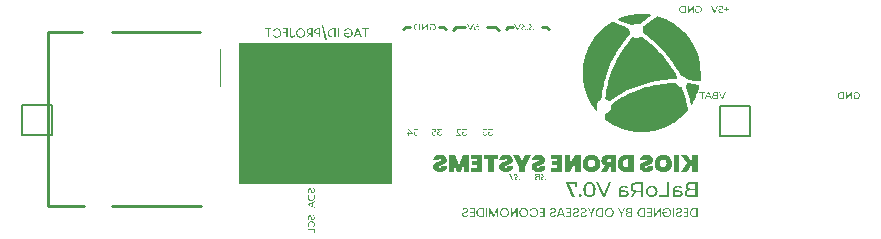
<source format=gbo>
G04 Layer: BottomSilkscreenLayer*
G04 EasyEDA v6.5.29, 2023-07-07 16:20:56*
G04 d9f499156d004e84aee0404722c7e58c,63a96235fadc4189ab89c93b90d034ab,10*
G04 Gerber Generator version 0.2*
G04 Scale: 100 percent, Rotated: No, Reflected: No *
G04 Dimensions in millimeters *
G04 leading zeros omitted , absolute positions ,4 integer and 5 decimal *
%FSLAX45Y45*%
%MOMM*%

%ADD10C,0.2540*%
%ADD11C,0.2032*%
%ADD12C,0.2030*%
%ADD13C,0.1016*%

%LPD*%
G36*
X-2857093Y8897315D02*
G01*
X-2873044Y8897010D01*
X-2886964Y8896451D01*
X-2899511Y8895588D01*
X-2911348Y8894267D01*
X-2923032Y8892438D01*
X-2935224Y8890152D01*
X-2948482Y8887256D01*
X-2965602Y8883142D01*
X-2982366Y8878671D01*
X-2998216Y8874048D01*
X-3012592Y8869476D01*
X-3024987Y8865108D01*
X-3034944Y8861145D01*
X-3041853Y8857691D01*
X-3043986Y8856268D01*
X-3045206Y8854998D01*
X-3044952Y8854338D01*
X-3041396Y8851747D01*
X-3034233Y8847785D01*
X-3024073Y8842705D01*
X-2996844Y8830259D01*
X-2930753Y8802065D01*
X-2915310Y8809431D01*
X-2907131Y8812580D01*
X-2898444Y8814460D01*
X-2888996Y8815171D01*
X-2878582Y8814714D01*
X-2872028Y8814155D01*
X-2866593Y8814003D01*
X-2861970Y8814358D01*
X-2857855Y8815374D01*
X-2853842Y8817102D01*
X-2849676Y8819642D01*
X-2844952Y8823198D01*
X-2823819Y8840317D01*
X-2796082Y8861653D01*
X-2780182Y8873591D01*
X-2767939Y8883446D01*
X-2764586Y8886799D01*
X-2762808Y8889339D01*
X-2762453Y8891219D01*
X-2763469Y8892641D01*
X-2765602Y8893810D01*
X-2770124Y8894673D01*
X-2778658Y8895486D01*
X-2804871Y8896756D01*
X-2838551Y8897315D01*
G37*
G36*
X-2706268Y8880348D02*
G01*
X-2707944Y8880043D01*
X-2713482Y8877655D01*
X-2721660Y8873083D01*
X-2732125Y8866530D01*
X-2744622Y8858250D01*
X-2758744Y8848394D01*
X-2774188Y8837218D01*
X-2790596Y8824976D01*
X-2809494Y8810447D01*
X-2817469Y8803995D01*
X-2823311Y8798814D01*
X-2827324Y8794597D01*
X-2829712Y8790940D01*
X-2830830Y8787485D01*
X-2830931Y8783929D01*
X-2829356Y8773871D01*
X-2828544Y8766810D01*
X-2827985Y8759545D01*
X-2827680Y8749944D01*
X-2827324Y8747099D01*
X-2826613Y8744458D01*
X-2825445Y8741765D01*
X-2823616Y8739022D01*
X-2821178Y8736076D01*
X-2817876Y8732774D01*
X-2808528Y8724747D01*
X-2772359Y8697061D01*
X-2754376Y8682431D01*
X-2731820Y8662720D01*
X-2713786Y8645906D01*
X-2691434Y8623858D01*
X-2673807Y8605469D01*
X-2656433Y8586520D01*
X-2635199Y8562086D01*
X-2614726Y8537143D01*
X-2598978Y8516874D01*
X-2580182Y8491321D01*
X-2565958Y8470798D01*
X-2549347Y8445246D01*
X-2537053Y8424926D01*
X-2528468Y8409889D01*
X-2517952Y8390128D01*
X-2513076Y8381542D01*
X-2508504Y8375853D01*
X-2503881Y8372754D01*
X-2493568Y8370671D01*
X-2486761Y8367522D01*
X-2479243Y8362950D01*
X-2464663Y8351520D01*
X-2461260Y8349183D01*
X-2457653Y8347202D01*
X-2453792Y8345474D01*
X-2449372Y8343950D01*
X-2444292Y8342528D01*
X-2438298Y8341207D01*
X-2422906Y8338566D01*
X-2401620Y8335568D01*
X-2380691Y8332978D01*
X-2363165Y8331250D01*
X-2350820Y8330539D01*
X-2347214Y8330641D01*
X-2345588Y8330996D01*
X-2344978Y8332114D01*
X-2344420Y8334095D01*
X-2343556Y8340445D01*
X-2342946Y8349589D01*
X-2342540Y8374380D01*
X-2343099Y8404656D01*
X-2344470Y8436711D01*
X-2346553Y8466836D01*
X-2347874Y8479993D01*
X-2349246Y8491270D01*
X-2350820Y8500160D01*
X-2353614Y8512759D01*
X-2356713Y8525256D01*
X-2360168Y8537651D01*
X-2363876Y8549944D01*
X-2367940Y8562086D01*
X-2372258Y8574074D01*
X-2376881Y8585962D01*
X-2381808Y8597747D01*
X-2389733Y8615070D01*
X-2395372Y8626449D01*
X-2401265Y8637676D01*
X-2407462Y8648750D01*
X-2413914Y8659622D01*
X-2420620Y8670340D01*
X-2427630Y8680856D01*
X-2434894Y8691219D01*
X-2442413Y8701379D01*
X-2454148Y8716264D01*
X-2462276Y8725916D01*
X-2470658Y8735364D01*
X-2483713Y8749131D01*
X-2492705Y8758072D01*
X-2511399Y8775192D01*
X-2521102Y8783370D01*
X-2531008Y8791346D01*
X-2541016Y8798966D01*
X-2551379Y8806383D01*
X-2562250Y8813749D01*
X-2573578Y8821013D01*
X-2585212Y8828074D01*
X-2597099Y8834983D01*
X-2609037Y8841536D01*
X-2621026Y8847785D01*
X-2632862Y8853627D01*
X-2644495Y8859012D01*
X-2655773Y8863888D01*
X-2666644Y8868156D01*
X-2683510Y8874048D01*
X-2693822Y8877300D01*
X-2701798Y8879484D01*
G37*
G36*
X-3090773Y8832799D02*
G01*
X-3093516Y8831630D01*
X-3099308Y8828328D01*
X-3116630Y8817254D01*
X-3127146Y8810142D01*
X-3137408Y8802725D01*
X-3147415Y8795156D01*
X-3157270Y8787282D01*
X-3166872Y8779256D01*
X-3176270Y8770975D01*
X-3185414Y8762542D01*
X-3194354Y8753856D01*
X-3203041Y8744966D01*
X-3211474Y8735923D01*
X-3219704Y8726678D01*
X-3227679Y8717229D01*
X-3242919Y8697772D01*
X-3250133Y8687816D01*
X-3257143Y8677656D01*
X-3270351Y8656878D01*
X-3276549Y8646210D01*
X-3282492Y8635441D01*
X-3288182Y8624519D01*
X-3293618Y8613444D01*
X-3298748Y8602218D01*
X-3303625Y8590889D01*
X-3308248Y8579408D01*
X-3312566Y8567826D01*
X-3316579Y8556091D01*
X-3320338Y8544255D01*
X-3325418Y8526272D01*
X-3328415Y8514130D01*
X-3331159Y8501938D01*
X-3333597Y8489645D01*
X-3335731Y8477199D01*
X-3337407Y8465566D01*
X-3338576Y8453932D01*
X-3339439Y8441334D01*
X-3339998Y8427974D01*
X-3340201Y8413953D01*
X-3339744Y8384794D01*
X-3338118Y8355330D01*
X-3335375Y8326881D01*
X-3333597Y8313521D01*
X-3331565Y8300923D01*
X-3329330Y8289290D01*
X-3326637Y8277910D01*
X-3323437Y8265871D01*
X-3319932Y8253882D01*
X-3316122Y8241944D01*
X-3312007Y8230108D01*
X-3307587Y8218322D01*
X-3302914Y8206689D01*
X-3297986Y8195106D01*
X-3292754Y8183727D01*
X-3287268Y8172450D01*
X-3275584Y8150453D01*
X-3269335Y8139734D01*
X-3259632Y8124088D01*
X-3245866Y8104073D01*
X-3238703Y8094472D01*
X-3231337Y8085175D01*
X-3226917Y8080197D01*
X-3223209Y8076996D01*
X-3220313Y8075472D01*
X-3218230Y8075625D01*
X-3217011Y8077403D01*
X-3216808Y8080756D01*
X-3217621Y8085632D01*
X-3221380Y8098383D01*
X-3222955Y8105444D01*
X-3223971Y8112353D01*
X-3224326Y8118297D01*
X-3223717Y8124037D01*
X-3221939Y8131098D01*
X-3219297Y8138769D01*
X-3216148Y8146491D01*
X-3212693Y8153603D01*
X-3209239Y8159445D01*
X-3206089Y8163458D01*
X-3203498Y8164880D01*
X-3201466Y8165541D01*
X-3198469Y8167370D01*
X-3194862Y8170011D01*
X-3191103Y8173262D01*
X-3188868Y8175701D01*
X-3186887Y8178596D01*
X-3185109Y8182051D01*
X-3183534Y8186064D01*
X-3182162Y8190687D01*
X-3180994Y8195970D01*
X-3177946Y8217509D01*
X-3174441Y8240064D01*
X-3169970Y8265159D01*
X-3165094Y8289290D01*
X-3157982Y8319719D01*
X-3153257Y8337854D01*
X-3148177Y8355787D01*
X-3142792Y8373618D01*
X-3137052Y8391296D01*
X-3126790Y8420455D01*
X-3117900Y8443468D01*
X-3108401Y8466277D01*
X-3098292Y8488832D01*
X-3084830Y8516670D01*
X-3073400Y8538616D01*
X-3061411Y8560358D01*
X-3048762Y8581847D01*
X-3042259Y8592464D01*
X-3032150Y8608314D01*
X-3018231Y8629243D01*
X-2999943Y8654999D01*
X-2984652Y8675319D01*
X-2972816Y8690406D01*
X-2957118Y8709710D01*
X-2951378Y8717127D01*
X-2947263Y8723122D01*
X-2944520Y8728202D01*
X-2942945Y8732926D01*
X-2942336Y8737752D01*
X-2942437Y8743289D01*
X-2943047Y8749944D01*
X-2944114Y8758123D01*
X-2945384Y8765286D01*
X-2946704Y8770569D01*
X-2947924Y8773261D01*
X-2950870Y8775141D01*
X-2965805Y8782456D01*
X-2989224Y8792921D01*
X-3016758Y8804605D01*
X-3044037Y8815679D01*
X-3056229Y8820404D01*
X-3079699Y8829090D01*
G37*
G36*
X-2842869Y8707882D02*
G01*
X-2846019Y8707374D01*
X-2858262Y8703919D01*
X-2865831Y8701379D01*
X-2875788Y8698382D01*
X-2884322Y8697163D01*
X-2892704Y8697620D01*
X-2902356Y8699754D01*
X-2908249Y8701278D01*
X-2912872Y8702192D01*
X-2916580Y8702446D01*
X-2919780Y8701786D01*
X-2922828Y8700160D01*
X-2926029Y8697366D01*
X-2929839Y8693353D01*
X-2937560Y8684361D01*
X-2944114Y8676335D01*
X-2958846Y8657183D01*
X-2974898Y8635034D01*
X-2991459Y8611362D01*
X-3011322Y8581491D01*
X-3025495Y8559139D01*
X-3037078Y8539530D01*
X-3048812Y8517686D01*
X-3060242Y8494877D01*
X-3071164Y8471306D01*
X-3076448Y8459266D01*
X-3084118Y8440928D01*
X-3091535Y8422335D01*
X-3100832Y8397240D01*
X-3109468Y8371941D01*
X-3117392Y8346643D01*
X-3124555Y8321497D01*
X-3130905Y8296605D01*
X-3136442Y8272170D01*
X-3140964Y8248345D01*
X-3147110Y8208111D01*
X-3149447Y8194090D01*
X-3150057Y8187588D01*
X-3148228Y8182762D01*
X-3142843Y8178444D01*
X-3132988Y8173262D01*
X-3114294Y8164169D01*
X-3063138Y8198002D01*
X-3047492Y8207806D01*
X-3020822Y8223503D01*
X-3004464Y8232495D01*
X-2987903Y8241182D01*
X-2965500Y8252256D01*
X-2942691Y8262772D01*
X-2913634Y8275116D01*
X-2890062Y8284311D01*
X-2866237Y8292896D01*
X-2842056Y8300872D01*
X-2811576Y8310016D01*
X-2786888Y8316620D01*
X-2755849Y8323986D01*
X-2730754Y8329168D01*
X-2705608Y8333689D01*
X-2680309Y8337550D01*
X-2667609Y8339226D01*
X-2635859Y8342680D01*
X-2610358Y8344662D01*
X-2579420Y8346440D01*
X-2564993Y8347608D01*
X-2559202Y8348319D01*
X-2554224Y8349234D01*
X-2550160Y8350351D01*
X-2546858Y8351774D01*
X-2544419Y8353450D01*
X-2542692Y8355482D01*
X-2541778Y8357870D01*
X-2541574Y8360765D01*
X-2542032Y8364067D01*
X-2543200Y8367928D01*
X-2544978Y8372348D01*
X-2547366Y8377428D01*
X-2553919Y8389467D01*
X-2569057Y8415274D01*
X-2585618Y8441791D01*
X-2592527Y8452307D01*
X-2610408Y8478113D01*
X-2625293Y8498382D01*
X-2636824Y8513368D01*
X-2652674Y8532977D01*
X-2664866Y8547404D01*
X-2685846Y8570976D01*
X-2703118Y8589314D01*
X-2720898Y8607196D01*
X-2739085Y8624570D01*
X-2762402Y8645601D01*
X-2781452Y8661806D01*
X-2803855Y8679789D01*
X-2825902Y8696655D01*
X-2834233Y8702649D01*
X-2840024Y8706510D01*
G37*
G36*
X-2553157Y8316975D02*
G01*
X-2615793Y8312962D01*
X-2647137Y8309864D01*
X-2666187Y8307476D01*
X-2678938Y8305647D01*
X-2704541Y8301583D01*
X-2730042Y8296909D01*
X-2761538Y8290255D01*
X-2786278Y8284311D01*
X-2810357Y8277859D01*
X-2833674Y8270951D01*
X-2850540Y8265515D01*
X-2871266Y8258149D01*
X-2891028Y8250224D01*
X-2913176Y8240572D01*
X-2936849Y8229549D01*
X-2955137Y8220659D01*
X-2985465Y8205216D01*
X-3008680Y8192770D01*
X-3030067Y8180730D01*
X-3048762Y8169452D01*
X-3056890Y8164271D01*
X-3081731Y8147100D01*
X-3086404Y8143494D01*
X-3090062Y8140242D01*
X-3092907Y8137245D01*
X-3095040Y8134350D01*
X-3096615Y8131302D01*
X-3097733Y8128000D01*
X-3099257Y8119973D01*
X-3100882Y8108137D01*
X-3102152Y8101939D01*
X-3103727Y8096199D01*
X-3105607Y8090966D01*
X-3107893Y8086191D01*
X-3110585Y8081772D01*
X-3113633Y8077708D01*
X-3117189Y8073948D01*
X-3121202Y8070494D01*
X-3125724Y8067243D01*
X-3130753Y8064195D01*
X-3142538Y8058251D01*
X-3147161Y8055660D01*
X-3150565Y8053171D01*
X-3152851Y8050479D01*
X-3154273Y8047278D01*
X-3155035Y8043164D01*
X-3155340Y8037880D01*
X-3155289Y8024215D01*
X-3154934Y8018780D01*
X-3153968Y8014360D01*
X-3152241Y8010499D01*
X-3149447Y8006791D01*
X-3145332Y8002828D01*
X-3132277Y7992567D01*
X-3122777Y7985658D01*
X-3112871Y7978952D01*
X-3102559Y7972450D01*
X-3091891Y7966151D01*
X-3080867Y7960106D01*
X-3069590Y7954314D01*
X-3057956Y7948726D01*
X-3046120Y7943392D01*
X-3034030Y7938312D01*
X-3021736Y7933486D01*
X-3009290Y7928965D01*
X-2996692Y7924698D01*
X-2983941Y7920736D01*
X-2971088Y7917078D01*
X-2958185Y7913674D01*
X-2945231Y7910626D01*
X-2932277Y7907883D01*
X-2919323Y7905496D01*
X-2906369Y7903413D01*
X-2893517Y7901686D01*
X-2880766Y7900314D01*
X-2868066Y7899298D01*
X-2855569Y7898688D01*
X-2843225Y7898384D01*
X-2831084Y7898536D01*
X-2819146Y7899044D01*
X-2805836Y7899958D01*
X-2792679Y7901228D01*
X-2779674Y7902752D01*
X-2766771Y7904581D01*
X-2754020Y7906664D01*
X-2741422Y7909052D01*
X-2728925Y7911744D01*
X-2716580Y7914741D01*
X-2704388Y7918043D01*
X-2692298Y7921599D01*
X-2680360Y7925460D01*
X-2668574Y7929575D01*
X-2656941Y7934045D01*
X-2645410Y7938770D01*
X-2634030Y7943799D01*
X-2622804Y7949082D01*
X-2611678Y7954721D01*
X-2600706Y7960614D01*
X-2589885Y7966760D01*
X-2579217Y7973263D01*
X-2568651Y7980019D01*
X-2558237Y7987080D01*
X-2547975Y7994396D01*
X-2537815Y8002016D01*
X-2522880Y8014055D01*
X-2513126Y8022386D01*
X-2503474Y8031022D01*
X-2493975Y8039963D01*
X-2484577Y8049209D01*
X-2472436Y8061807D01*
X-2466086Y8068818D01*
X-2460904Y8074964D01*
X-2456789Y8080248D01*
X-2453741Y8084769D01*
X-2451709Y8088579D01*
X-2450744Y8091728D01*
X-2450744Y8094167D01*
X-2464562Y8158988D01*
X-2468372Y8174736D01*
X-2476652Y8205520D01*
X-2485237Y8233359D01*
X-2489454Y8245500D01*
X-2493416Y8256066D01*
X-2497074Y8264804D01*
X-2500325Y8271357D01*
X-2503119Y8275523D01*
X-2504287Y8276590D01*
X-2505303Y8276945D01*
X-2509926Y8277606D01*
X-2515209Y8279384D01*
X-2520899Y8282127D01*
X-2526690Y8285683D01*
X-2532329Y8289747D01*
X-2537460Y8294217D01*
X-2541879Y8298891D01*
X-2545181Y8303514D01*
G37*
G36*
X-2453792Y8310981D02*
G01*
X-2455519Y8310321D01*
X-2458008Y8308238D01*
X-2460853Y8304987D01*
X-2463800Y8300974D01*
X-2465882Y8297468D01*
X-2467203Y8294065D01*
X-2467762Y8290102D01*
X-2467406Y8285175D01*
X-2466136Y8278571D01*
X-2463800Y8269884D01*
X-2451354Y8230311D01*
X-2442768Y8201101D01*
X-2435453Y8174278D01*
X-2429510Y8150859D01*
X-2426106Y8140547D01*
X-2423007Y8133842D01*
X-2420670Y8131759D01*
X-2419197Y8132673D01*
X-2417470Y8134451D01*
X-2415438Y8137042D01*
X-2410663Y8144560D01*
X-2405126Y8154568D01*
X-2399030Y8166709D01*
X-2392527Y8180374D01*
X-2385923Y8195157D01*
X-2379421Y8210448D01*
X-2373172Y8225840D01*
X-2367432Y8240775D01*
X-2362454Y8254746D01*
X-2358339Y8267293D01*
X-2355443Y8277859D01*
X-2353868Y8285988D01*
X-2353665Y8288985D01*
X-2353868Y8290407D01*
X-2354681Y8291779D01*
X-2356104Y8293049D01*
X-2358237Y8294268D01*
X-2361184Y8295436D01*
X-2365095Y8296656D01*
X-2376068Y8299094D01*
X-2391867Y8301837D01*
G37*
G36*
X-2658313Y7708798D02*
G01*
X-2668219Y7708188D01*
X-2677718Y7706359D01*
X-2686761Y7703362D01*
X-2695397Y7699146D01*
X-2703423Y7693964D01*
X-2710637Y7687919D01*
X-2716885Y7680909D01*
X-2722321Y7672984D01*
X-2726537Y7664196D01*
X-2729534Y7654950D01*
X-2731363Y7645146D01*
X-2731973Y7634884D01*
X-2686253Y7634884D01*
X-2684475Y7648295D01*
X-2679141Y7658506D01*
X-2675077Y7662265D01*
X-2670251Y7664958D01*
X-2664663Y7666583D01*
X-2658313Y7667142D01*
X-2651861Y7666583D01*
X-2646222Y7664958D01*
X-2641447Y7662265D01*
X-2637485Y7658506D01*
X-2631948Y7648295D01*
X-2630119Y7634884D01*
X-2631948Y7621879D01*
X-2637485Y7611770D01*
X-2641447Y7607960D01*
X-2646222Y7605268D01*
X-2651861Y7603642D01*
X-2658313Y7603134D01*
X-2664663Y7603642D01*
X-2670251Y7605268D01*
X-2675077Y7607960D01*
X-2679141Y7611770D01*
X-2684475Y7621879D01*
X-2686253Y7634884D01*
X-2731973Y7634884D01*
X-2731363Y7624622D01*
X-2729534Y7614869D01*
X-2726537Y7605674D01*
X-2722321Y7597038D01*
X-2716885Y7589012D01*
X-2710637Y7581900D01*
X-2703423Y7575803D01*
X-2695397Y7570622D01*
X-2686659Y7566406D01*
X-2677617Y7563358D01*
X-2668117Y7561580D01*
X-2658313Y7560970D01*
X-2648356Y7561580D01*
X-2638806Y7563358D01*
X-2629662Y7566406D01*
X-2620975Y7570622D01*
X-2612898Y7575803D01*
X-2605735Y7581900D01*
X-2599436Y7589012D01*
X-2594051Y7597038D01*
X-2589682Y7605674D01*
X-2586583Y7614869D01*
X-2584754Y7624622D01*
X-2584145Y7634884D01*
X-2584754Y7645146D01*
X-2586583Y7654950D01*
X-2589682Y7664196D01*
X-2594051Y7672984D01*
X-2599436Y7680909D01*
X-2605735Y7687919D01*
X-2612898Y7693964D01*
X-2620975Y7699146D01*
X-2629662Y7703362D01*
X-2638806Y7706359D01*
X-2648356Y7708188D01*
G37*
G36*
X-2799283Y7708798D02*
G01*
X-2811780Y7708036D01*
X-2822956Y7705750D01*
X-2832760Y7701940D01*
X-2841193Y7696606D01*
X-2848102Y7689850D01*
X-2853182Y7681874D01*
X-2856382Y7672578D01*
X-2857703Y7662062D01*
X-2809189Y7662062D01*
X-2808884Y7664907D01*
X-2808274Y7667345D01*
X-2807360Y7669326D01*
X-2806141Y7670952D01*
X-2804515Y7672070D01*
X-2802839Y7672831D01*
X-2800959Y7673340D01*
X-2797657Y7673390D01*
X-2795371Y7672476D01*
X-2794457Y7671714D01*
X-2793644Y7670596D01*
X-2793085Y7669275D01*
X-2792679Y7666126D01*
X-2792984Y7663840D01*
X-2794000Y7661757D01*
X-2795676Y7659878D01*
X-2798013Y7658252D01*
X-2801061Y7656525D01*
X-2809697Y7652715D01*
X-2821686Y7648092D01*
X-2832862Y7643164D01*
X-2837637Y7640726D01*
X-2841904Y7638186D01*
X-2845866Y7635189D01*
X-2849524Y7631734D01*
X-2852877Y7627772D01*
X-2855722Y7623302D01*
X-2857804Y7618374D01*
X-2859024Y7612888D01*
X-2859481Y7606944D01*
X-2857804Y7594447D01*
X-2852877Y7583322D01*
X-2845003Y7573873D01*
X-2834081Y7566812D01*
X-2820466Y7562443D01*
X-2804617Y7560970D01*
X-2792222Y7561732D01*
X-2780995Y7564018D01*
X-2770886Y7567828D01*
X-2761945Y7573162D01*
X-2754528Y7579817D01*
X-2749042Y7587945D01*
X-2745486Y7597495D01*
X-2743911Y7608468D01*
X-2791917Y7608468D01*
X-2792984Y7603032D01*
X-2795117Y7599121D01*
X-2798419Y7596784D01*
X-2802839Y7596022D01*
X-2804515Y7596124D01*
X-2807563Y7597038D01*
X-2808935Y7597800D01*
X-2810002Y7598816D01*
X-2810814Y7600035D01*
X-2811272Y7601458D01*
X-2811475Y7603134D01*
X-2811119Y7605572D01*
X-2810103Y7607757D01*
X-2808478Y7609738D01*
X-2806141Y7611516D01*
X-2799029Y7614818D01*
X-2782265Y7621016D01*
X-2770835Y7625842D01*
X-2766009Y7628280D01*
X-2761691Y7630820D01*
X-2757678Y7633919D01*
X-2753918Y7637576D01*
X-2750515Y7641742D01*
X-2747721Y7646619D01*
X-2745740Y7652105D01*
X-2744520Y7658150D01*
X-2744165Y7664856D01*
X-2745994Y7677810D01*
X-2751531Y7688732D01*
X-2759964Y7697419D01*
X-2771089Y7703718D01*
X-2784449Y7707528D01*
G37*
G36*
X-3267151Y7708798D02*
G01*
X-3277057Y7708188D01*
X-3286556Y7706359D01*
X-3295599Y7703362D01*
X-3304235Y7699146D01*
X-3312261Y7693964D01*
X-3319373Y7687919D01*
X-3325622Y7680909D01*
X-3330905Y7672984D01*
X-3335223Y7664196D01*
X-3338322Y7654950D01*
X-3340150Y7645146D01*
X-3340811Y7634884D01*
X-3295091Y7634884D01*
X-3293211Y7648295D01*
X-3287725Y7658506D01*
X-3283762Y7662265D01*
X-3278987Y7664958D01*
X-3273450Y7666583D01*
X-3267151Y7667142D01*
X-3260648Y7666583D01*
X-3255010Y7664958D01*
X-3250133Y7662265D01*
X-3246069Y7658506D01*
X-3240735Y7648295D01*
X-3238957Y7634884D01*
X-3240735Y7621879D01*
X-3246069Y7611770D01*
X-3250133Y7607960D01*
X-3255010Y7605268D01*
X-3260648Y7603642D01*
X-3267151Y7603134D01*
X-3273450Y7603642D01*
X-3278987Y7605268D01*
X-3283762Y7607960D01*
X-3287725Y7611770D01*
X-3293211Y7621879D01*
X-3295091Y7634884D01*
X-3340811Y7634884D01*
X-3340150Y7624622D01*
X-3338322Y7614869D01*
X-3335223Y7605674D01*
X-3330905Y7597038D01*
X-3325622Y7589012D01*
X-3319373Y7581900D01*
X-3312261Y7575803D01*
X-3304235Y7570622D01*
X-3295497Y7566406D01*
X-3286455Y7563358D01*
X-3276955Y7561580D01*
X-3267151Y7560970D01*
X-3257194Y7561580D01*
X-3247644Y7563358D01*
X-3238500Y7566406D01*
X-3229813Y7570622D01*
X-3221736Y7575803D01*
X-3214573Y7581900D01*
X-3208274Y7589012D01*
X-3202889Y7597038D01*
X-3198520Y7605674D01*
X-3195421Y7614869D01*
X-3193592Y7624622D01*
X-3192983Y7634884D01*
X-3193592Y7645146D01*
X-3195421Y7654950D01*
X-3198520Y7664196D01*
X-3202889Y7672984D01*
X-3208274Y7680909D01*
X-3214573Y7687919D01*
X-3221736Y7693964D01*
X-3229813Y7699146D01*
X-3238500Y7703362D01*
X-3247644Y7706359D01*
X-3257194Y7708188D01*
G37*
G36*
X-3713937Y7708798D02*
G01*
X-3726434Y7708036D01*
X-3737610Y7705750D01*
X-3747414Y7701940D01*
X-3755847Y7696606D01*
X-3762654Y7689850D01*
X-3767683Y7681874D01*
X-3770934Y7672578D01*
X-3772357Y7662062D01*
X-3723589Y7662062D01*
X-3723386Y7664907D01*
X-3722827Y7667345D01*
X-3721862Y7669326D01*
X-3720541Y7670952D01*
X-3719068Y7672070D01*
X-3717391Y7672831D01*
X-3715613Y7673340D01*
X-3712311Y7673390D01*
X-3710025Y7672476D01*
X-3709111Y7671714D01*
X-3708298Y7670596D01*
X-3707739Y7669275D01*
X-3707333Y7666126D01*
X-3707637Y7663840D01*
X-3708654Y7661757D01*
X-3710330Y7659878D01*
X-3712667Y7658252D01*
X-3715715Y7656525D01*
X-3724198Y7652715D01*
X-3736238Y7648092D01*
X-3747515Y7643164D01*
X-3752291Y7640726D01*
X-3756558Y7638186D01*
X-3760520Y7635189D01*
X-3764178Y7631734D01*
X-3767531Y7627772D01*
X-3770376Y7623302D01*
X-3772458Y7618374D01*
X-3773678Y7612888D01*
X-3774135Y7606944D01*
X-3772458Y7594447D01*
X-3767531Y7583322D01*
X-3759657Y7573873D01*
X-3748735Y7566812D01*
X-3735120Y7562443D01*
X-3719271Y7560970D01*
X-3706876Y7561732D01*
X-3695649Y7564018D01*
X-3685540Y7567828D01*
X-3676599Y7573162D01*
X-3669182Y7579817D01*
X-3663696Y7587945D01*
X-3660140Y7597495D01*
X-3658565Y7608468D01*
X-3706317Y7608468D01*
X-3707384Y7603032D01*
X-3709619Y7599121D01*
X-3712972Y7596784D01*
X-3717493Y7596022D01*
X-3719169Y7596124D01*
X-3722217Y7597038D01*
X-3723589Y7597800D01*
X-3724656Y7598816D01*
X-3725468Y7600035D01*
X-3725926Y7601458D01*
X-3726129Y7603134D01*
X-3725773Y7605572D01*
X-3724706Y7607757D01*
X-3722979Y7609738D01*
X-3720541Y7611516D01*
X-3713581Y7614818D01*
X-3696919Y7621016D01*
X-3685489Y7625842D01*
X-3680663Y7628280D01*
X-3676345Y7630820D01*
X-3672332Y7633919D01*
X-3668572Y7637576D01*
X-3665169Y7641742D01*
X-3662273Y7646619D01*
X-3660241Y7652105D01*
X-3659124Y7658150D01*
X-3658819Y7664856D01*
X-3660648Y7677810D01*
X-3666185Y7688732D01*
X-3674618Y7697419D01*
X-3685743Y7703718D01*
X-3699001Y7707528D01*
G37*
G36*
X-3989273Y7708798D02*
G01*
X-4001770Y7708036D01*
X-4012946Y7705750D01*
X-4022750Y7701940D01*
X-4031183Y7696606D01*
X-4037990Y7689850D01*
X-4043019Y7681874D01*
X-4046270Y7672578D01*
X-4047693Y7662062D01*
X-3998925Y7662062D01*
X-3998722Y7664907D01*
X-3998163Y7667345D01*
X-3997198Y7669326D01*
X-3995877Y7670952D01*
X-3994404Y7672070D01*
X-3992727Y7672831D01*
X-3990949Y7673340D01*
X-3987647Y7673390D01*
X-3985361Y7672476D01*
X-3984447Y7671714D01*
X-3983634Y7670596D01*
X-3983075Y7669275D01*
X-3982669Y7666126D01*
X-3982974Y7663840D01*
X-3983990Y7661757D01*
X-3985666Y7659878D01*
X-3988003Y7658252D01*
X-3991051Y7656525D01*
X-3999534Y7652715D01*
X-4011574Y7648092D01*
X-4022851Y7643164D01*
X-4027627Y7640726D01*
X-4031894Y7638186D01*
X-4035856Y7635189D01*
X-4039514Y7631734D01*
X-4042867Y7627772D01*
X-4045712Y7623302D01*
X-4047794Y7618374D01*
X-4049014Y7612888D01*
X-4049471Y7606944D01*
X-4047794Y7594447D01*
X-4042867Y7583322D01*
X-4034993Y7573873D01*
X-4024071Y7566812D01*
X-4010456Y7562443D01*
X-3994607Y7560970D01*
X-3982212Y7561732D01*
X-3970985Y7564018D01*
X-3960876Y7567828D01*
X-3951935Y7573162D01*
X-3944518Y7579817D01*
X-3939032Y7587945D01*
X-3935476Y7597495D01*
X-3933901Y7608468D01*
X-3981653Y7608468D01*
X-3982720Y7603032D01*
X-3984955Y7599121D01*
X-3988308Y7596784D01*
X-3992829Y7596022D01*
X-3994505Y7596124D01*
X-3997553Y7597038D01*
X-3998925Y7597800D01*
X-3999992Y7598816D01*
X-4000804Y7600035D01*
X-4001262Y7601458D01*
X-4001465Y7603134D01*
X-4001109Y7605572D01*
X-4000042Y7607757D01*
X-3998315Y7609738D01*
X-3995877Y7611516D01*
X-3988917Y7614818D01*
X-3972255Y7621016D01*
X-3960825Y7625842D01*
X-3955999Y7628280D01*
X-3951681Y7630820D01*
X-3947668Y7633919D01*
X-3943908Y7637576D01*
X-3940505Y7641742D01*
X-3937609Y7646619D01*
X-3935577Y7652105D01*
X-3934460Y7658150D01*
X-3934155Y7664856D01*
X-3935984Y7677810D01*
X-3941521Y7688732D01*
X-3949954Y7697419D01*
X-3961079Y7703718D01*
X-3974337Y7707528D01*
G37*
G36*
X-4547565Y7708798D02*
G01*
X-4560062Y7708036D01*
X-4571288Y7705750D01*
X-4581144Y7701940D01*
X-4589729Y7696606D01*
X-4596536Y7689850D01*
X-4601514Y7681874D01*
X-4604664Y7672578D01*
X-4605985Y7662062D01*
X-4557471Y7662062D01*
X-4557166Y7664907D01*
X-4556556Y7667345D01*
X-4555642Y7669326D01*
X-4554423Y7670952D01*
X-4552950Y7672070D01*
X-4551273Y7672831D01*
X-4549495Y7673340D01*
X-4546092Y7673390D01*
X-4543704Y7672476D01*
X-4542739Y7671714D01*
X-4541926Y7670596D01*
X-4541367Y7669275D01*
X-4540961Y7666126D01*
X-4541266Y7663840D01*
X-4542282Y7661757D01*
X-4543958Y7659878D01*
X-4546295Y7658252D01*
X-4549343Y7656525D01*
X-4557979Y7652715D01*
X-4569968Y7648092D01*
X-4581144Y7643164D01*
X-4585919Y7640726D01*
X-4590186Y7638186D01*
X-4594199Y7635189D01*
X-4597958Y7631734D01*
X-4601413Y7627772D01*
X-4604156Y7623302D01*
X-4606137Y7618374D01*
X-4607356Y7612888D01*
X-4607763Y7606944D01*
X-4606137Y7594447D01*
X-4601413Y7583322D01*
X-4593336Y7573873D01*
X-4582363Y7566812D01*
X-4568748Y7562443D01*
X-4552899Y7560970D01*
X-4540605Y7561732D01*
X-4529429Y7564018D01*
X-4519422Y7567828D01*
X-4510481Y7573162D01*
X-4503013Y7579817D01*
X-4497527Y7587945D01*
X-4493869Y7597495D01*
X-4492193Y7608468D01*
X-4540199Y7608468D01*
X-4541266Y7603032D01*
X-4543399Y7599121D01*
X-4546701Y7596784D01*
X-4551121Y7596022D01*
X-4552797Y7596124D01*
X-4555845Y7597038D01*
X-4557217Y7597800D01*
X-4558284Y7598816D01*
X-4559096Y7600035D01*
X-4559554Y7601458D01*
X-4559757Y7603134D01*
X-4559401Y7605572D01*
X-4558385Y7607757D01*
X-4556760Y7609738D01*
X-4554423Y7611516D01*
X-4547362Y7614818D01*
X-4530699Y7621016D01*
X-4519269Y7625842D01*
X-4510125Y7630820D01*
X-4506010Y7633919D01*
X-4502251Y7637576D01*
X-4498797Y7641742D01*
X-4496003Y7646619D01*
X-4494072Y7652105D01*
X-4492955Y7658150D01*
X-4492701Y7664856D01*
X-4494479Y7677810D01*
X-4499813Y7688732D01*
X-4508296Y7697419D01*
X-4519625Y7703718D01*
X-4532833Y7707528D01*
G37*
G36*
X-2506675Y7706258D02*
G01*
X-2457145Y7637424D01*
X-2509977Y7562494D01*
X-2456383Y7562494D01*
X-2414473Y7624724D01*
X-2414473Y7562494D01*
X-2369261Y7562494D01*
X-2369261Y7706258D01*
X-2414473Y7706258D01*
X-2414473Y7645806D01*
X-2455621Y7706258D01*
G37*
G36*
X-2567889Y7706258D02*
G01*
X-2567889Y7562494D01*
X-2522677Y7562494D01*
X-2522677Y7706258D01*
G37*
G36*
X-2969717Y7706258D02*
G01*
X-2980639Y7705699D01*
X-2990900Y7703972D01*
X-3000451Y7701127D01*
X-3009341Y7697114D01*
X-3024378Y7686192D01*
X-3035503Y7671714D01*
X-3039465Y7663281D01*
X-3042361Y7654290D01*
X-3044037Y7644739D01*
X-3044647Y7634630D01*
X-2998927Y7634630D01*
X-2996692Y7648346D01*
X-2990037Y7658506D01*
X-2979369Y7664805D01*
X-2965653Y7666888D01*
X-2954985Y7666888D01*
X-2954985Y7602626D01*
X-2965653Y7602626D01*
X-2979369Y7604709D01*
X-2990037Y7611008D01*
X-2996692Y7620965D01*
X-2998927Y7634630D01*
X-3044647Y7634630D01*
X-3044037Y7624724D01*
X-3042361Y7615275D01*
X-3039465Y7606284D01*
X-3035503Y7597800D01*
X-3030423Y7589977D01*
X-3024378Y7583068D01*
X-3017316Y7577023D01*
X-3009341Y7571892D01*
X-3000451Y7567777D01*
X-2990900Y7564831D01*
X-2980639Y7563053D01*
X-2969717Y7562494D01*
X-2909773Y7562494D01*
X-2909773Y7706258D01*
G37*
G36*
X-3127959Y7706258D02*
G01*
X-3144113Y7704734D01*
X-3157677Y7700162D01*
X-3168599Y7692745D01*
X-3176473Y7683144D01*
X-3181045Y7671765D01*
X-3182569Y7659014D01*
X-3182152Y7656220D01*
X-3136849Y7656220D01*
X-3136646Y7658963D01*
X-3135985Y7661351D01*
X-3134969Y7663383D01*
X-3133547Y7665110D01*
X-3131667Y7666532D01*
X-3129483Y7667599D01*
X-3126841Y7668209D01*
X-3123895Y7668412D01*
X-3105861Y7668412D01*
X-3105861Y7644028D01*
X-3123895Y7644028D01*
X-3126841Y7644231D01*
X-3129483Y7644790D01*
X-3131667Y7645755D01*
X-3133547Y7647076D01*
X-3134969Y7648702D01*
X-3135985Y7650734D01*
X-3136646Y7653274D01*
X-3136849Y7656220D01*
X-3182152Y7656220D01*
X-3180537Y7645400D01*
X-3174441Y7633614D01*
X-3164789Y7623962D01*
X-3151581Y7617358D01*
X-3182823Y7562494D01*
X-3133293Y7562494D01*
X-3106115Y7614056D01*
X-3105861Y7614056D01*
X-3105861Y7562494D01*
X-3060903Y7562494D01*
X-3060903Y7706258D01*
G37*
G36*
X-3494989Y7706258D02*
G01*
X-3494989Y7562494D01*
X-3450031Y7562494D01*
X-3402279Y7634630D01*
X-3402279Y7562494D01*
X-3357067Y7562494D01*
X-3357067Y7706258D01*
X-3402279Y7706258D01*
X-3450031Y7632598D01*
X-3450031Y7706258D01*
G37*
G36*
X-3611321Y7706258D02*
G01*
X-3611321Y7670190D01*
X-3560521Y7670190D01*
X-3560521Y7652664D01*
X-3605225Y7652664D01*
X-3605225Y7618628D01*
X-3560521Y7618628D01*
X-3560521Y7598308D01*
X-3611321Y7598308D01*
X-3611321Y7562494D01*
X-3515309Y7562494D01*
X-3515309Y7706258D01*
G37*
G36*
X-3928059Y7706258D02*
G01*
X-3876497Y7605928D01*
X-3876497Y7562494D01*
X-3831285Y7562494D01*
X-3831285Y7605928D01*
X-3779723Y7706258D01*
X-3831285Y7706258D01*
X-3854399Y7655204D01*
X-3877259Y7706258D01*
G37*
G36*
X-4178249Y7706258D02*
G01*
X-4178249Y7670444D01*
X-4140149Y7670444D01*
X-4140149Y7562494D01*
X-4094937Y7562494D01*
X-4094937Y7670444D01*
X-4057091Y7670444D01*
X-4057091Y7706258D01*
G37*
G36*
X-4286453Y7706258D02*
G01*
X-4286453Y7670190D01*
X-4235653Y7670190D01*
X-4235653Y7652664D01*
X-4280357Y7652664D01*
X-4280357Y7618628D01*
X-4235653Y7618628D01*
X-4235653Y7598308D01*
X-4286453Y7598308D01*
X-4286453Y7562494D01*
X-4190441Y7562494D01*
X-4190441Y7706258D01*
G37*
G36*
X-4476445Y7706258D02*
G01*
X-4476445Y7562494D01*
X-4431487Y7562494D01*
X-4431487Y7634122D01*
X-4409389Y7562494D01*
X-4370781Y7562494D01*
X-4348429Y7634122D01*
X-4348429Y7562494D01*
X-4303471Y7562494D01*
X-4303471Y7706258D01*
X-4358589Y7706258D01*
X-4390339Y7619898D01*
X-4421327Y7706258D01*
G37*
G36*
X-2526385Y7257694D02*
G01*
X-2531465Y7257338D01*
X-2536088Y7256373D01*
X-2540254Y7254697D01*
X-2543911Y7252360D01*
X-2546959Y7249363D01*
X-2549296Y7245959D01*
X-2550922Y7242098D01*
X-2551785Y7237882D01*
X-2540609Y7237882D01*
X-2540101Y7240066D01*
X-2539187Y7242149D01*
X-2537815Y7244029D01*
X-2536037Y7245756D01*
X-2533853Y7247178D01*
X-2531313Y7248245D01*
X-2528519Y7248855D01*
X-2525369Y7249058D01*
X-2522321Y7248855D01*
X-2519629Y7248245D01*
X-2517241Y7247178D01*
X-2515209Y7245756D01*
X-2513431Y7244029D01*
X-2512161Y7241997D01*
X-2511399Y7239609D01*
X-2511145Y7236866D01*
X-2511298Y7234783D01*
X-2511704Y7233005D01*
X-2512415Y7231380D01*
X-2513431Y7230008D01*
X-2516124Y7227570D01*
X-2519273Y7225944D01*
X-2535885Y7220661D01*
X-2541371Y7218578D01*
X-2545588Y7216038D01*
X-2547518Y7214362D01*
X-2549245Y7212482D01*
X-2550668Y7210145D01*
X-2551684Y7207402D01*
X-2552344Y7204303D01*
X-2552547Y7200798D01*
X-2552344Y7198055D01*
X-2551785Y7195413D01*
X-2550820Y7192822D01*
X-2549499Y7190384D01*
X-2547772Y7187946D01*
X-2545740Y7185812D01*
X-2543352Y7183881D01*
X-2540609Y7182256D01*
X-2537663Y7180935D01*
X-2534361Y7179970D01*
X-2530805Y7179411D01*
X-2526893Y7179208D01*
X-2523185Y7179360D01*
X-2519680Y7179919D01*
X-2516428Y7180783D01*
X-2510536Y7183424D01*
X-2507996Y7185101D01*
X-2505862Y7187082D01*
X-2504033Y7189368D01*
X-2502458Y7191857D01*
X-2501341Y7194550D01*
X-2500680Y7197445D01*
X-2500477Y7200544D01*
X-2511145Y7200544D01*
X-2511602Y7197852D01*
X-2512517Y7195464D01*
X-2513888Y7193280D01*
X-2515717Y7191400D01*
X-2517851Y7189724D01*
X-2520391Y7188555D01*
X-2523439Y7187793D01*
X-2526893Y7187590D01*
X-2530348Y7187793D01*
X-2533396Y7188555D01*
X-2536088Y7189724D01*
X-2538323Y7191400D01*
X-2540101Y7193280D01*
X-2541371Y7195464D01*
X-2542133Y7197852D01*
X-2542387Y7200544D01*
X-2542235Y7202576D01*
X-2541727Y7204456D01*
X-2540965Y7206132D01*
X-2538628Y7208926D01*
X-2535682Y7210958D01*
X-2531922Y7212482D01*
X-2520442Y7215784D01*
X-2514346Y7217816D01*
X-2509672Y7219950D01*
X-2505760Y7222998D01*
X-2504033Y7224928D01*
X-2502662Y7227265D01*
X-2501747Y7229957D01*
X-2501138Y7232954D01*
X-2500985Y7236358D01*
X-2501138Y7239406D01*
X-2501747Y7242302D01*
X-2502662Y7244994D01*
X-2504033Y7247534D01*
X-2505811Y7249769D01*
X-2507945Y7251801D01*
X-2510383Y7253478D01*
X-2516073Y7256119D01*
X-2519273Y7256983D01*
X-2522677Y7257491D01*
G37*
G36*
X-3333851Y7257694D02*
G01*
X-3339033Y7257338D01*
X-3343757Y7256373D01*
X-3347923Y7254697D01*
X-3351631Y7252360D01*
X-3354679Y7249363D01*
X-3356965Y7245959D01*
X-3358489Y7242098D01*
X-3359251Y7237882D01*
X-3348329Y7237882D01*
X-3347821Y7240066D01*
X-3346907Y7242149D01*
X-3345535Y7244029D01*
X-3343757Y7245756D01*
X-3341522Y7247178D01*
X-3338982Y7248245D01*
X-3336086Y7248855D01*
X-3332835Y7249058D01*
X-3329889Y7248855D01*
X-3327247Y7248245D01*
X-3324809Y7247178D01*
X-3322675Y7245756D01*
X-3320999Y7244029D01*
X-3319779Y7241997D01*
X-3319068Y7239609D01*
X-3318865Y7236866D01*
X-3319018Y7234783D01*
X-3319424Y7233005D01*
X-3320135Y7231380D01*
X-3322370Y7228687D01*
X-3325266Y7226655D01*
X-3333750Y7223759D01*
X-3340252Y7221778D01*
X-3348837Y7218578D01*
X-3353054Y7216038D01*
X-3354984Y7214362D01*
X-3356711Y7212482D01*
X-3358134Y7210145D01*
X-3359150Y7207402D01*
X-3359810Y7204303D01*
X-3360013Y7200798D01*
X-3359810Y7198055D01*
X-3359302Y7195413D01*
X-3358438Y7192822D01*
X-3357219Y7190384D01*
X-3355492Y7187946D01*
X-3353460Y7185812D01*
X-3351072Y7183881D01*
X-3348329Y7182256D01*
X-3345281Y7180935D01*
X-3341979Y7179970D01*
X-3338423Y7179411D01*
X-3334613Y7179208D01*
X-3330905Y7179360D01*
X-3327349Y7179919D01*
X-3324047Y7180783D01*
X-3320897Y7182002D01*
X-3318103Y7183424D01*
X-3315614Y7185101D01*
X-3313429Y7187082D01*
X-3311499Y7189368D01*
X-3310026Y7191857D01*
X-3309010Y7194550D01*
X-3308400Y7197445D01*
X-3308197Y7200544D01*
X-3318865Y7200544D01*
X-3319322Y7197852D01*
X-3320186Y7195464D01*
X-3321456Y7193280D01*
X-3323183Y7191400D01*
X-3325418Y7189724D01*
X-3328060Y7188555D01*
X-3331108Y7187793D01*
X-3334613Y7187590D01*
X-3337966Y7187793D01*
X-3340963Y7188555D01*
X-3343554Y7189724D01*
X-3345789Y7191400D01*
X-3347669Y7193280D01*
X-3348990Y7195464D01*
X-3349802Y7197852D01*
X-3350107Y7200544D01*
X-3349955Y7202576D01*
X-3349447Y7204456D01*
X-3348685Y7206132D01*
X-3347567Y7207656D01*
X-3344875Y7210044D01*
X-3341471Y7211720D01*
X-3337255Y7213244D01*
X-3324961Y7216800D01*
X-3319627Y7218832D01*
X-3317392Y7219950D01*
X-3313480Y7222998D01*
X-3311753Y7224928D01*
X-3310280Y7227265D01*
X-3309264Y7229957D01*
X-3308654Y7232954D01*
X-3308451Y7236358D01*
X-3308654Y7239406D01*
X-3309264Y7242302D01*
X-3310280Y7244994D01*
X-3311753Y7247534D01*
X-3313429Y7249769D01*
X-3315462Y7251801D01*
X-3317900Y7253478D01*
X-3320643Y7254900D01*
X-3323640Y7256119D01*
X-3326841Y7256983D01*
X-3330244Y7257491D01*
G37*
G36*
X-3398621Y7257694D02*
G01*
X-3403701Y7257338D01*
X-3408324Y7256373D01*
X-3412490Y7254697D01*
X-3416147Y7252360D01*
X-3419195Y7249363D01*
X-3421532Y7245959D01*
X-3423158Y7242098D01*
X-3424021Y7237882D01*
X-3412845Y7237882D01*
X-3412337Y7240066D01*
X-3411423Y7242149D01*
X-3410051Y7244029D01*
X-3408273Y7245756D01*
X-3406089Y7247178D01*
X-3403549Y7248245D01*
X-3400755Y7248855D01*
X-3397605Y7249058D01*
X-3394557Y7248855D01*
X-3391814Y7248245D01*
X-3389376Y7247178D01*
X-3387191Y7245756D01*
X-3385515Y7244029D01*
X-3384296Y7241997D01*
X-3383584Y7239609D01*
X-3383381Y7236866D01*
X-3383534Y7234783D01*
X-3383940Y7233005D01*
X-3384651Y7231380D01*
X-3386886Y7228687D01*
X-3389782Y7226655D01*
X-3398265Y7223759D01*
X-3404768Y7221778D01*
X-3410864Y7219594D01*
X-3415639Y7217409D01*
X-3417773Y7216038D01*
X-3421481Y7212482D01*
X-3422904Y7210145D01*
X-3423920Y7207402D01*
X-3424580Y7204303D01*
X-3424783Y7200798D01*
X-3424580Y7198055D01*
X-3424021Y7195413D01*
X-3423056Y7192822D01*
X-3421735Y7190384D01*
X-3420008Y7187946D01*
X-3417976Y7185812D01*
X-3415588Y7183881D01*
X-3412845Y7182256D01*
X-3409797Y7180935D01*
X-3406495Y7179970D01*
X-3402939Y7179411D01*
X-3399129Y7179208D01*
X-3395421Y7179360D01*
X-3391915Y7179919D01*
X-3388664Y7180783D01*
X-3382772Y7183424D01*
X-3380232Y7185101D01*
X-3378098Y7187082D01*
X-3376269Y7189368D01*
X-3374694Y7191857D01*
X-3373577Y7194550D01*
X-3372916Y7197445D01*
X-3372713Y7200544D01*
X-3383381Y7200544D01*
X-3383838Y7197852D01*
X-3384702Y7195464D01*
X-3385972Y7193280D01*
X-3387699Y7191400D01*
X-3389934Y7189724D01*
X-3392576Y7188555D01*
X-3395624Y7187793D01*
X-3399129Y7187590D01*
X-3402482Y7187793D01*
X-3405530Y7188555D01*
X-3408222Y7189724D01*
X-3410559Y7191400D01*
X-3412337Y7193280D01*
X-3413607Y7195464D01*
X-3414369Y7197852D01*
X-3414623Y7200544D01*
X-3414471Y7202576D01*
X-3413963Y7204456D01*
X-3413201Y7206132D01*
X-3412083Y7207656D01*
X-3409391Y7210044D01*
X-3405987Y7211720D01*
X-3401771Y7213244D01*
X-3389477Y7216800D01*
X-3384143Y7218832D01*
X-3381908Y7219950D01*
X-3377996Y7222998D01*
X-3376269Y7224928D01*
X-3374898Y7227265D01*
X-3373983Y7229957D01*
X-3373374Y7232954D01*
X-3373221Y7236358D01*
X-3373374Y7239406D01*
X-3373983Y7242302D01*
X-3374898Y7244994D01*
X-3376269Y7247534D01*
X-3378047Y7249769D01*
X-3380130Y7251801D01*
X-3382518Y7253478D01*
X-3385159Y7254900D01*
X-3388156Y7256119D01*
X-3391408Y7256983D01*
X-3394913Y7257491D01*
G37*
G36*
X-3593693Y7257694D02*
G01*
X-3598773Y7257338D01*
X-3603396Y7256373D01*
X-3607562Y7254697D01*
X-3611219Y7252360D01*
X-3614267Y7249363D01*
X-3616604Y7245959D01*
X-3618229Y7242098D01*
X-3619093Y7237882D01*
X-3608171Y7237882D01*
X-3607562Y7240066D01*
X-3606546Y7242149D01*
X-3605174Y7244029D01*
X-3603345Y7245756D01*
X-3601161Y7247178D01*
X-3598621Y7248245D01*
X-3595827Y7248855D01*
X-3592677Y7249058D01*
X-3589629Y7248855D01*
X-3586937Y7248245D01*
X-3584549Y7247178D01*
X-3582517Y7245756D01*
X-3580739Y7244029D01*
X-3579469Y7241997D01*
X-3578707Y7239609D01*
X-3578453Y7236866D01*
X-3578606Y7234783D01*
X-3579012Y7233005D01*
X-3579723Y7231380D01*
X-3580739Y7230008D01*
X-3583432Y7227570D01*
X-3586581Y7225944D01*
X-3603345Y7220661D01*
X-3608679Y7218578D01*
X-3612896Y7216038D01*
X-3614826Y7214362D01*
X-3616553Y7212482D01*
X-3617976Y7210145D01*
X-3618992Y7207402D01*
X-3619652Y7204303D01*
X-3619855Y7200798D01*
X-3619652Y7198055D01*
X-3619093Y7195413D01*
X-3618128Y7192822D01*
X-3616807Y7190384D01*
X-3615182Y7187946D01*
X-3613251Y7185812D01*
X-3610864Y7183881D01*
X-3608171Y7182256D01*
X-3605072Y7180935D01*
X-3601720Y7179970D01*
X-3598113Y7179411D01*
X-3594201Y7179208D01*
X-3590594Y7179360D01*
X-3587140Y7179919D01*
X-3583838Y7180783D01*
X-3580739Y7182002D01*
X-3577844Y7183424D01*
X-3575304Y7185101D01*
X-3573170Y7187082D01*
X-3571341Y7189368D01*
X-3569868Y7191857D01*
X-3568801Y7194550D01*
X-3568090Y7197445D01*
X-3567785Y7200544D01*
X-3578453Y7200544D01*
X-3578910Y7197852D01*
X-3579825Y7195464D01*
X-3581196Y7193280D01*
X-3583025Y7191400D01*
X-3585159Y7189724D01*
X-3587699Y7188555D01*
X-3590747Y7187793D01*
X-3594201Y7187590D01*
X-3597656Y7187793D01*
X-3600704Y7188555D01*
X-3603396Y7189724D01*
X-3605631Y7191400D01*
X-3607409Y7193280D01*
X-3608679Y7195464D01*
X-3609441Y7197852D01*
X-3609695Y7200544D01*
X-3609543Y7202576D01*
X-3609086Y7204456D01*
X-3608374Y7206132D01*
X-3607409Y7207656D01*
X-3604615Y7210044D01*
X-3601313Y7211720D01*
X-3596894Y7213244D01*
X-3584549Y7216800D01*
X-3579215Y7218832D01*
X-3577031Y7219950D01*
X-3574999Y7221372D01*
X-3573221Y7222998D01*
X-3571595Y7224928D01*
X-3570122Y7227265D01*
X-3569106Y7229957D01*
X-3568496Y7232954D01*
X-3568293Y7236358D01*
X-3568446Y7239406D01*
X-3569055Y7242302D01*
X-3569970Y7244994D01*
X-3571341Y7247534D01*
X-3573119Y7249769D01*
X-3575253Y7251801D01*
X-3577691Y7253478D01*
X-3583381Y7256119D01*
X-3586581Y7256983D01*
X-3589985Y7257491D01*
G37*
G36*
X-3754983Y7257694D02*
G01*
X-3760978Y7257288D01*
X-3766667Y7256170D01*
X-3771900Y7254240D01*
X-3776827Y7251598D01*
X-3781196Y7248245D01*
X-3784955Y7244232D01*
X-3788054Y7239609D01*
X-3790543Y7234326D01*
X-3778351Y7234326D01*
X-3776624Y7237628D01*
X-3774541Y7240524D01*
X-3772052Y7242962D01*
X-3769207Y7244994D01*
X-3766108Y7246670D01*
X-3762705Y7247839D01*
X-3758996Y7248550D01*
X-3754983Y7248804D01*
X-3751021Y7248550D01*
X-3747262Y7247839D01*
X-3743756Y7246670D01*
X-3740505Y7244994D01*
X-3737508Y7243013D01*
X-3734815Y7240625D01*
X-3732529Y7237780D01*
X-3730599Y7234580D01*
X-3728923Y7230973D01*
X-3727704Y7227062D01*
X-3726992Y7222845D01*
X-3726789Y7218324D01*
X-3726992Y7213904D01*
X-3727704Y7209739D01*
X-3728923Y7205878D01*
X-3730599Y7202322D01*
X-3732529Y7199071D01*
X-3734815Y7196226D01*
X-3737508Y7193737D01*
X-3740505Y7191654D01*
X-3743756Y7190079D01*
X-3747262Y7188962D01*
X-3751021Y7188301D01*
X-3754983Y7188098D01*
X-3758996Y7188301D01*
X-3762705Y7188962D01*
X-3766108Y7190079D01*
X-3769207Y7191654D01*
X-3772052Y7193737D01*
X-3774541Y7196226D01*
X-3776624Y7199071D01*
X-3778351Y7202322D01*
X-3790543Y7202322D01*
X-3788054Y7197140D01*
X-3784955Y7192619D01*
X-3781196Y7188657D01*
X-3776827Y7185304D01*
X-3771900Y7182713D01*
X-3766667Y7180935D01*
X-3760978Y7179818D01*
X-3754983Y7179462D01*
X-3749751Y7179767D01*
X-3744722Y7180681D01*
X-3739946Y7182154D01*
X-3735425Y7184288D01*
X-3731310Y7187031D01*
X-3727653Y7190333D01*
X-3724452Y7194042D01*
X-3721709Y7198258D01*
X-3719474Y7202830D01*
X-3717899Y7207707D01*
X-3716934Y7212888D01*
X-3716629Y7218324D01*
X-3716934Y7223759D01*
X-3717899Y7228992D01*
X-3719474Y7233920D01*
X-3721709Y7238644D01*
X-3724452Y7242860D01*
X-3727653Y7246569D01*
X-3731310Y7249820D01*
X-3735425Y7252614D01*
X-3739946Y7254849D01*
X-3744722Y7256424D01*
X-3749751Y7257389D01*
G37*
G36*
X-4335119Y7257694D02*
G01*
X-4340301Y7257338D01*
X-4345025Y7256373D01*
X-4349191Y7254697D01*
X-4352899Y7252360D01*
X-4355947Y7249363D01*
X-4358233Y7245959D01*
X-4359757Y7242098D01*
X-4360519Y7237882D01*
X-4349597Y7237882D01*
X-4349089Y7240066D01*
X-4348175Y7242149D01*
X-4346803Y7244029D01*
X-4345025Y7245756D01*
X-4342790Y7247178D01*
X-4340250Y7248245D01*
X-4337354Y7248855D01*
X-4334103Y7249058D01*
X-4331157Y7248855D01*
X-4328515Y7248245D01*
X-4326077Y7247178D01*
X-4323943Y7245756D01*
X-4322165Y7244029D01*
X-4320895Y7241997D01*
X-4320133Y7239609D01*
X-4319879Y7236866D01*
X-4320032Y7234783D01*
X-4320489Y7233005D01*
X-4321302Y7231380D01*
X-4323638Y7228687D01*
X-4326534Y7226655D01*
X-4330090Y7225284D01*
X-4341520Y7221778D01*
X-4350105Y7218578D01*
X-4354322Y7216038D01*
X-4356252Y7214362D01*
X-4357979Y7212482D01*
X-4359402Y7210145D01*
X-4360418Y7207402D01*
X-4361078Y7204303D01*
X-4361281Y7200798D01*
X-4361078Y7198055D01*
X-4360570Y7195413D01*
X-4359706Y7192822D01*
X-4358487Y7190384D01*
X-4356760Y7187946D01*
X-4354728Y7185812D01*
X-4352340Y7183881D01*
X-4349597Y7182256D01*
X-4346549Y7180935D01*
X-4343247Y7179970D01*
X-4339691Y7179411D01*
X-4335881Y7179208D01*
X-4332173Y7179360D01*
X-4328617Y7179919D01*
X-4325315Y7180783D01*
X-4322165Y7182002D01*
X-4319371Y7183424D01*
X-4316882Y7185101D01*
X-4314698Y7187082D01*
X-4312767Y7189368D01*
X-4311294Y7191857D01*
X-4310227Y7194550D01*
X-4309516Y7197445D01*
X-4309211Y7200544D01*
X-4319879Y7200544D01*
X-4320438Y7197852D01*
X-4321403Y7195464D01*
X-4322724Y7193280D01*
X-4324451Y7191400D01*
X-4326585Y7189724D01*
X-4329176Y7188555D01*
X-4332274Y7187793D01*
X-4335881Y7187590D01*
X-4339234Y7187793D01*
X-4342231Y7188555D01*
X-4344822Y7189724D01*
X-4347057Y7191400D01*
X-4348835Y7193280D01*
X-4350105Y7195464D01*
X-4350867Y7197852D01*
X-4351121Y7200544D01*
X-4350969Y7202576D01*
X-4350512Y7204456D01*
X-4349800Y7206132D01*
X-4348835Y7207656D01*
X-4346041Y7210044D01*
X-4342739Y7211720D01*
X-4338523Y7213244D01*
X-4326229Y7216800D01*
X-4320895Y7218832D01*
X-4318660Y7219950D01*
X-4314748Y7222998D01*
X-4313021Y7224928D01*
X-4311548Y7227265D01*
X-4310532Y7229957D01*
X-4309922Y7232954D01*
X-4309719Y7236358D01*
X-4309922Y7239406D01*
X-4310532Y7242302D01*
X-4311548Y7244994D01*
X-4313021Y7247534D01*
X-4314698Y7249769D01*
X-4316730Y7251801D01*
X-4319168Y7253478D01*
X-4321911Y7254900D01*
X-4324908Y7256119D01*
X-4328109Y7256983D01*
X-4331512Y7257491D01*
G37*
G36*
X-2629001Y7257440D02*
G01*
X-2634894Y7257084D01*
X-2640482Y7255967D01*
X-2645714Y7254138D01*
X-2650591Y7251598D01*
X-2654960Y7248245D01*
X-2658719Y7244232D01*
X-2661818Y7239609D01*
X-2664307Y7234326D01*
X-2652369Y7234326D01*
X-2650642Y7237526D01*
X-2648559Y7240371D01*
X-2646070Y7242759D01*
X-2643225Y7244740D01*
X-2640025Y7246416D01*
X-2636621Y7247585D01*
X-2632913Y7248296D01*
X-2629001Y7248550D01*
X-2625140Y7248296D01*
X-2621432Y7247585D01*
X-2617876Y7246416D01*
X-2614523Y7244740D01*
X-2611475Y7242759D01*
X-2608783Y7240371D01*
X-2606395Y7237526D01*
X-2604363Y7234326D01*
X-2602788Y7230719D01*
X-2601671Y7226909D01*
X-2601010Y7222744D01*
X-2600807Y7218324D01*
X-2601010Y7214006D01*
X-2601671Y7209942D01*
X-2602788Y7206132D01*
X-2604363Y7202576D01*
X-2606395Y7199325D01*
X-2608783Y7196531D01*
X-2611475Y7194143D01*
X-2614523Y7192162D01*
X-2617876Y7190486D01*
X-2621432Y7189317D01*
X-2625140Y7188555D01*
X-2629001Y7188352D01*
X-2634335Y7188758D01*
X-2639212Y7189978D01*
X-2643632Y7192060D01*
X-2647543Y7194956D01*
X-2650794Y7198664D01*
X-2653284Y7202931D01*
X-2655011Y7207808D01*
X-2655925Y7213244D01*
X-2625445Y7213244D01*
X-2625445Y7221372D01*
X-2666593Y7221372D01*
X-2666593Y7213752D01*
X-2665933Y7209028D01*
X-2664714Y7204557D01*
X-2662986Y7200239D01*
X-2660751Y7196226D01*
X-2658008Y7192467D01*
X-2654909Y7189165D01*
X-2651404Y7186269D01*
X-2647543Y7183780D01*
X-2643225Y7181900D01*
X-2638704Y7180529D01*
X-2633980Y7179716D01*
X-2629001Y7179462D01*
X-2623769Y7179767D01*
X-2618841Y7180681D01*
X-2614117Y7182154D01*
X-2609697Y7184288D01*
X-2605481Y7187031D01*
X-2601722Y7190333D01*
X-2598470Y7194042D01*
X-2595727Y7198258D01*
X-2593492Y7202830D01*
X-2591917Y7207707D01*
X-2590952Y7212888D01*
X-2590647Y7218324D01*
X-2590952Y7223759D01*
X-2591917Y7228992D01*
X-2593492Y7233920D01*
X-2595727Y7238644D01*
X-2598470Y7242860D01*
X-2601722Y7246569D01*
X-2605481Y7249820D01*
X-2609697Y7252614D01*
X-2614117Y7254697D01*
X-2618841Y7256221D01*
X-2623769Y7257135D01*
G37*
G36*
X-3116681Y7257440D02*
G01*
X-3121914Y7257135D01*
X-3126892Y7256221D01*
X-3131667Y7254697D01*
X-3136239Y7252614D01*
X-3140303Y7249820D01*
X-3143961Y7246569D01*
X-3147161Y7242860D01*
X-3149955Y7238644D01*
X-3152140Y7234021D01*
X-3153765Y7229094D01*
X-3154680Y7223861D01*
X-3155035Y7218324D01*
X-3144875Y7218324D01*
X-3144621Y7222845D01*
X-3143910Y7227062D01*
X-3142742Y7230973D01*
X-3141065Y7234580D01*
X-3139084Y7237780D01*
X-3136798Y7240625D01*
X-3134156Y7243013D01*
X-3131159Y7244994D01*
X-3127857Y7246670D01*
X-3124352Y7247839D01*
X-3120644Y7248550D01*
X-3116681Y7248804D01*
X-3112719Y7248550D01*
X-3108909Y7247839D01*
X-3105353Y7246670D01*
X-3101949Y7244994D01*
X-3098952Y7243013D01*
X-3096260Y7240625D01*
X-3093974Y7237780D01*
X-3092043Y7234580D01*
X-3090367Y7230973D01*
X-3089148Y7227062D01*
X-3088436Y7222845D01*
X-3088233Y7218324D01*
X-3088436Y7213904D01*
X-3089148Y7209739D01*
X-3090367Y7205878D01*
X-3092043Y7202322D01*
X-3093974Y7199071D01*
X-3096361Y7196226D01*
X-3099054Y7193737D01*
X-3102203Y7191654D01*
X-3105454Y7189978D01*
X-3108960Y7188809D01*
X-3112719Y7188047D01*
X-3116681Y7187844D01*
X-3120542Y7188047D01*
X-3124200Y7188809D01*
X-3127756Y7189978D01*
X-3131159Y7191654D01*
X-3134156Y7193737D01*
X-3136798Y7196226D01*
X-3139084Y7199071D01*
X-3141065Y7202322D01*
X-3142742Y7205878D01*
X-3143910Y7209739D01*
X-3144621Y7213904D01*
X-3144875Y7218324D01*
X-3155035Y7218324D01*
X-3154680Y7212888D01*
X-3153765Y7207707D01*
X-3152140Y7202830D01*
X-3149955Y7198258D01*
X-3147161Y7193940D01*
X-3143961Y7190181D01*
X-3140303Y7186980D01*
X-3136239Y7184288D01*
X-3131667Y7182053D01*
X-3126892Y7180478D01*
X-3121914Y7179513D01*
X-3116681Y7179208D01*
X-3111449Y7179513D01*
X-3106420Y7180478D01*
X-3101644Y7182053D01*
X-3097123Y7184288D01*
X-3092907Y7186980D01*
X-3089148Y7190181D01*
X-3085896Y7193940D01*
X-3083153Y7198258D01*
X-3080918Y7202830D01*
X-3079343Y7207707D01*
X-3078378Y7212888D01*
X-3078073Y7218324D01*
X-3078378Y7223759D01*
X-3079343Y7228992D01*
X-3080918Y7233920D01*
X-3083153Y7238644D01*
X-3085896Y7242860D01*
X-3089148Y7246569D01*
X-3092907Y7249820D01*
X-3097123Y7252614D01*
X-3101644Y7254697D01*
X-3106420Y7256221D01*
X-3111449Y7257135D01*
G37*
G36*
X-3840073Y7257440D02*
G01*
X-3845306Y7257135D01*
X-3850284Y7256221D01*
X-3855059Y7254697D01*
X-3859631Y7252614D01*
X-3863848Y7249820D01*
X-3867556Y7246569D01*
X-3870807Y7242860D01*
X-3873601Y7238644D01*
X-3875786Y7234021D01*
X-3877411Y7229094D01*
X-3878326Y7223861D01*
X-3878681Y7218324D01*
X-3868267Y7218324D01*
X-3868013Y7222845D01*
X-3867353Y7227062D01*
X-3866235Y7230973D01*
X-3864711Y7234580D01*
X-3862628Y7237780D01*
X-3860241Y7240625D01*
X-3857548Y7243013D01*
X-3854551Y7244994D01*
X-3851249Y7246670D01*
X-3847744Y7247839D01*
X-3844036Y7248550D01*
X-3840073Y7248804D01*
X-3836111Y7248550D01*
X-3832351Y7247839D01*
X-3828846Y7246670D01*
X-3825595Y7244994D01*
X-3822547Y7243013D01*
X-3819855Y7240625D01*
X-3817467Y7237780D01*
X-3815435Y7234580D01*
X-3813860Y7230973D01*
X-3812743Y7227062D01*
X-3812082Y7222845D01*
X-3811879Y7218324D01*
X-3812082Y7213904D01*
X-3812743Y7209739D01*
X-3813860Y7205878D01*
X-3815435Y7202322D01*
X-3817467Y7199071D01*
X-3819855Y7196226D01*
X-3822547Y7193737D01*
X-3825595Y7191654D01*
X-3828846Y7189978D01*
X-3832351Y7188809D01*
X-3836111Y7188047D01*
X-3840073Y7187844D01*
X-3844036Y7188047D01*
X-3847744Y7188809D01*
X-3851249Y7189978D01*
X-3854551Y7191654D01*
X-3857548Y7193737D01*
X-3860241Y7196226D01*
X-3862628Y7199071D01*
X-3864711Y7202322D01*
X-3866235Y7205878D01*
X-3867353Y7209739D01*
X-3868013Y7213904D01*
X-3868267Y7218324D01*
X-3878681Y7218324D01*
X-3878326Y7212888D01*
X-3877411Y7207707D01*
X-3875786Y7202830D01*
X-3873601Y7198258D01*
X-3870807Y7193940D01*
X-3867556Y7190181D01*
X-3863848Y7186980D01*
X-3859631Y7184288D01*
X-3855059Y7182053D01*
X-3850284Y7180478D01*
X-3845306Y7179513D01*
X-3840073Y7179208D01*
X-3834841Y7179513D01*
X-3829812Y7180478D01*
X-3825036Y7182053D01*
X-3820515Y7184288D01*
X-3816400Y7186980D01*
X-3812692Y7190181D01*
X-3809390Y7193940D01*
X-3806545Y7198258D01*
X-3804310Y7202830D01*
X-3802735Y7207707D01*
X-3801770Y7212888D01*
X-3801465Y7218324D01*
X-3801770Y7223759D01*
X-3802735Y7228992D01*
X-3804310Y7233920D01*
X-3806545Y7238644D01*
X-3809390Y7242860D01*
X-3812692Y7246569D01*
X-3816400Y7249820D01*
X-3820515Y7252614D01*
X-3825036Y7254697D01*
X-3829812Y7256221D01*
X-3834841Y7257135D01*
G37*
G36*
X-4003903Y7257440D02*
G01*
X-4009136Y7257135D01*
X-4014114Y7256221D01*
X-4018889Y7254697D01*
X-4023461Y7252614D01*
X-4027627Y7249820D01*
X-4031335Y7246569D01*
X-4034485Y7242860D01*
X-4037177Y7238644D01*
X-4039362Y7234021D01*
X-4040987Y7229094D01*
X-4041901Y7223861D01*
X-4042257Y7218324D01*
X-4032097Y7218324D01*
X-4031843Y7222845D01*
X-4031183Y7227062D01*
X-4030065Y7230973D01*
X-4028541Y7234580D01*
X-4026458Y7237780D01*
X-4024071Y7240625D01*
X-4021378Y7243013D01*
X-4018381Y7244994D01*
X-4015079Y7246670D01*
X-4011574Y7247839D01*
X-4007865Y7248550D01*
X-4003903Y7248804D01*
X-3999941Y7248550D01*
X-3996182Y7247839D01*
X-3992676Y7246670D01*
X-3989425Y7244994D01*
X-3986276Y7243013D01*
X-3983583Y7240625D01*
X-3981196Y7237780D01*
X-3979265Y7234580D01*
X-3977589Y7230973D01*
X-3976370Y7227062D01*
X-3975658Y7222845D01*
X-3975455Y7218324D01*
X-3975658Y7213904D01*
X-3976370Y7209739D01*
X-3977589Y7205878D01*
X-3979265Y7202322D01*
X-3981196Y7199071D01*
X-3983583Y7196226D01*
X-3986276Y7193737D01*
X-3989425Y7191654D01*
X-3992676Y7189978D01*
X-3996182Y7188809D01*
X-3999941Y7188047D01*
X-4003903Y7187844D01*
X-4007764Y7188047D01*
X-4011422Y7188809D01*
X-4014978Y7189978D01*
X-4018381Y7191654D01*
X-4021378Y7193737D01*
X-4024071Y7196226D01*
X-4026458Y7199071D01*
X-4028541Y7202322D01*
X-4030065Y7205878D01*
X-4031183Y7209739D01*
X-4031843Y7213904D01*
X-4032097Y7218324D01*
X-4042257Y7218324D01*
X-4041901Y7212888D01*
X-4040987Y7207707D01*
X-4039362Y7202830D01*
X-4037177Y7198258D01*
X-4034485Y7193940D01*
X-4031335Y7190181D01*
X-4027627Y7186980D01*
X-4023461Y7184288D01*
X-4018889Y7182053D01*
X-4014114Y7180478D01*
X-4009136Y7179513D01*
X-4003903Y7179208D01*
X-3998671Y7179513D01*
X-3993642Y7180478D01*
X-3988866Y7182053D01*
X-3984345Y7184288D01*
X-3980129Y7186980D01*
X-3976370Y7190181D01*
X-3973118Y7193940D01*
X-3970375Y7198258D01*
X-3968140Y7202830D01*
X-3966565Y7207707D01*
X-3965600Y7212888D01*
X-3965295Y7218324D01*
X-3965600Y7223759D01*
X-3966565Y7228992D01*
X-3968140Y7233920D01*
X-3970375Y7238644D01*
X-3973118Y7242860D01*
X-3976370Y7246569D01*
X-3980129Y7249820D01*
X-3984345Y7252614D01*
X-3988866Y7254697D01*
X-3993642Y7256221D01*
X-3998671Y7257135D01*
G37*
G36*
X-2392273Y7256678D02*
G01*
X-2398369Y7256373D01*
X-2404059Y7255509D01*
X-2409291Y7254087D01*
X-2414117Y7252106D01*
X-2418384Y7249464D01*
X-2422144Y7246315D01*
X-2425395Y7242708D01*
X-2428087Y7238644D01*
X-2430272Y7234123D01*
X-2431897Y7229195D01*
X-2432812Y7223810D01*
X-2433167Y7218070D01*
X-2422753Y7218070D01*
X-2420772Y7230872D01*
X-2414879Y7240422D01*
X-2405278Y7246518D01*
X-2392273Y7248550D01*
X-2378557Y7248550D01*
X-2378557Y7188352D01*
X-2392273Y7188352D01*
X-2405380Y7190333D01*
X-2414879Y7196226D01*
X-2418334Y7200544D01*
X-2420772Y7205624D01*
X-2422245Y7211466D01*
X-2422753Y7218070D01*
X-2433167Y7218070D01*
X-2432812Y7212431D01*
X-2431897Y7207148D01*
X-2430272Y7202271D01*
X-2428087Y7197750D01*
X-2425395Y7193686D01*
X-2422144Y7190130D01*
X-2418384Y7187082D01*
X-2414117Y7184542D01*
X-2409291Y7182510D01*
X-2404059Y7181088D01*
X-2398369Y7180224D01*
X-2392273Y7179970D01*
X-2368397Y7179970D01*
X-2368397Y7256678D01*
G37*
G36*
X-2487523Y7256678D02*
G01*
X-2487523Y7248550D01*
X-2456281Y7248550D01*
X-2456281Y7222896D01*
X-2484221Y7222896D01*
X-2484221Y7214768D01*
X-2456281Y7214768D01*
X-2456281Y7188352D01*
X-2487523Y7188352D01*
X-2487523Y7179970D01*
X-2446121Y7179970D01*
X-2446121Y7256678D01*
G37*
G36*
X-2577185Y7256678D02*
G01*
X-2577185Y7179970D01*
X-2567279Y7179970D01*
X-2567279Y7256678D01*
G37*
G36*
X-2740253Y7256678D02*
G01*
X-2740253Y7179970D01*
X-2730093Y7179970D01*
X-2689961Y7240930D01*
X-2689961Y7179970D01*
X-2679801Y7179970D01*
X-2679801Y7256678D01*
X-2689961Y7256678D01*
X-2730093Y7195718D01*
X-2730093Y7256678D01*
G37*
G36*
X-2798419Y7256678D02*
G01*
X-2798419Y7248550D01*
X-2767177Y7248550D01*
X-2767177Y7222896D01*
X-2795117Y7222896D01*
X-2795117Y7214768D01*
X-2767177Y7214768D01*
X-2767177Y7188352D01*
X-2798419Y7188352D01*
X-2798419Y7179970D01*
X-2757271Y7179970D01*
X-2757271Y7256678D01*
G37*
G36*
X-2837535Y7256678D02*
G01*
X-2843530Y7256373D01*
X-2849118Y7255509D01*
X-2854350Y7254087D01*
X-2859125Y7252106D01*
X-2863545Y7249464D01*
X-2867355Y7246315D01*
X-2870657Y7242708D01*
X-2873349Y7238644D01*
X-2875432Y7234123D01*
X-2876956Y7229195D01*
X-2877870Y7223810D01*
X-2878175Y7218070D01*
X-2868015Y7218070D01*
X-2866034Y7230872D01*
X-2860141Y7240422D01*
X-2850540Y7246518D01*
X-2837535Y7248550D01*
X-2823565Y7248550D01*
X-2823565Y7188352D01*
X-2837535Y7188352D01*
X-2850540Y7190333D01*
X-2860141Y7196226D01*
X-2863596Y7200544D01*
X-2866034Y7205624D01*
X-2867507Y7211466D01*
X-2868015Y7218070D01*
X-2878175Y7218070D01*
X-2877870Y7212431D01*
X-2876956Y7207148D01*
X-2875432Y7202271D01*
X-2873349Y7197750D01*
X-2870657Y7193686D01*
X-2867355Y7190130D01*
X-2863545Y7187082D01*
X-2859125Y7184542D01*
X-2854350Y7182510D01*
X-2849118Y7181088D01*
X-2843530Y7180224D01*
X-2837535Y7179970D01*
X-2813659Y7179970D01*
X-2813659Y7256678D01*
G37*
G36*
X-2948279Y7256678D02*
G01*
X-2952038Y7256525D01*
X-2955493Y7256018D01*
X-2958642Y7255256D01*
X-2961487Y7254138D01*
X-2964078Y7252716D01*
X-2966364Y7251090D01*
X-2968294Y7249159D01*
X-2969869Y7247026D01*
X-2971088Y7244791D01*
X-2971952Y7242403D01*
X-2972460Y7239812D01*
X-2972585Y7236104D01*
X-2962249Y7236104D01*
X-2961995Y7238847D01*
X-2961284Y7241235D01*
X-2960116Y7243267D01*
X-2958439Y7244994D01*
X-2956306Y7246416D01*
X-2953766Y7247483D01*
X-2950870Y7248093D01*
X-2947517Y7248296D01*
X-2930753Y7248296D01*
X-2930753Y7223658D01*
X-2947517Y7223658D01*
X-2950870Y7223861D01*
X-2953766Y7224471D01*
X-2956306Y7225487D01*
X-2958439Y7226960D01*
X-2960116Y7228738D01*
X-2961284Y7230872D01*
X-2961995Y7233310D01*
X-2962249Y7236104D01*
X-2972585Y7236104D01*
X-2972409Y7233818D01*
X-2971698Y7230872D01*
X-2970530Y7228230D01*
X-2968853Y7225944D01*
X-2966923Y7223810D01*
X-2964637Y7222083D01*
X-2962097Y7220661D01*
X-2959201Y7219594D01*
X-2961182Y7219086D01*
X-2964992Y7217308D01*
X-2968498Y7214565D01*
X-2971292Y7211110D01*
X-2972409Y7209180D01*
X-2973933Y7204964D01*
X-2974372Y7201560D01*
X-2964281Y7201560D01*
X-2963976Y7204557D01*
X-2963164Y7207250D01*
X-2961843Y7209637D01*
X-2959963Y7211720D01*
X-2957576Y7213244D01*
X-2954883Y7214362D01*
X-2951734Y7215022D01*
X-2948279Y7215276D01*
X-2930753Y7215276D01*
X-2930753Y7188352D01*
X-2948533Y7188352D01*
X-2951988Y7188555D01*
X-2955137Y7189165D01*
X-2957830Y7190181D01*
X-2960217Y7191654D01*
X-2961995Y7193584D01*
X-2963265Y7195921D01*
X-2964027Y7198563D01*
X-2964281Y7201560D01*
X-2974372Y7201560D01*
X-2974238Y7197699D01*
X-2973679Y7195007D01*
X-2972714Y7192467D01*
X-2971393Y7190130D01*
X-2969717Y7187844D01*
X-2967685Y7185863D01*
X-2965399Y7184186D01*
X-2962757Y7182764D01*
X-2959811Y7181545D01*
X-2956560Y7180681D01*
X-2953054Y7180122D01*
X-2949295Y7179970D01*
X-2920847Y7179970D01*
X-2920847Y7256678D01*
G37*
G36*
X-3042005Y7256678D02*
G01*
X-3016859Y7208926D01*
X-3016859Y7179970D01*
X-3006953Y7179970D01*
X-3006953Y7208926D01*
X-2981807Y7256678D01*
X-2992983Y7256678D01*
X-3011779Y7217816D01*
X-3030829Y7256678D01*
G37*
G36*
X-3192119Y7256678D02*
G01*
X-3198215Y7256373D01*
X-3203905Y7255509D01*
X-3209137Y7254087D01*
X-3213963Y7252106D01*
X-3218230Y7249464D01*
X-3221990Y7246315D01*
X-3225241Y7242708D01*
X-3227933Y7238644D01*
X-3230016Y7234123D01*
X-3231540Y7229195D01*
X-3232454Y7223810D01*
X-3232759Y7218070D01*
X-3222599Y7218070D01*
X-3220618Y7230872D01*
X-3214725Y7240422D01*
X-3205124Y7246518D01*
X-3192119Y7248550D01*
X-3178403Y7248550D01*
X-3178403Y7188352D01*
X-3192119Y7188352D01*
X-3205226Y7190333D01*
X-3214725Y7196226D01*
X-3218180Y7200544D01*
X-3220618Y7205624D01*
X-3222091Y7211466D01*
X-3222599Y7218070D01*
X-3232759Y7218070D01*
X-3232454Y7212431D01*
X-3231540Y7207148D01*
X-3230016Y7202271D01*
X-3227933Y7197750D01*
X-3225241Y7193686D01*
X-3221990Y7190130D01*
X-3218230Y7187082D01*
X-3213963Y7184542D01*
X-3209137Y7182510D01*
X-3203905Y7181088D01*
X-3198215Y7180224D01*
X-3192119Y7179970D01*
X-3168243Y7179970D01*
X-3168243Y7256678D01*
G37*
G36*
X-3299815Y7256678D02*
G01*
X-3274669Y7208926D01*
X-3274669Y7179970D01*
X-3264763Y7179970D01*
X-3264763Y7208926D01*
X-3239617Y7256678D01*
X-3250793Y7256678D01*
X-3269589Y7217816D01*
X-3288639Y7256678D01*
G37*
G36*
X-3480663Y7256678D02*
G01*
X-3480663Y7248550D01*
X-3449421Y7248550D01*
X-3449421Y7222896D01*
X-3477361Y7222896D01*
X-3477361Y7214768D01*
X-3449421Y7214768D01*
X-3449421Y7188352D01*
X-3480663Y7188352D01*
X-3480663Y7179970D01*
X-3439515Y7179970D01*
X-3439515Y7256678D01*
G37*
G36*
X-3705199Y7256678D02*
G01*
X-3705199Y7248550D01*
X-3673957Y7248550D01*
X-3673957Y7222896D01*
X-3701897Y7222896D01*
X-3701897Y7214768D01*
X-3673957Y7214768D01*
X-3673957Y7188352D01*
X-3705199Y7188352D01*
X-3705199Y7179970D01*
X-3664051Y7179970D01*
X-3664051Y7256678D01*
G37*
G36*
X-3952087Y7256678D02*
G01*
X-3952087Y7179970D01*
X-3941927Y7179970D01*
X-3901795Y7240930D01*
X-3901795Y7179970D01*
X-3891635Y7179970D01*
X-3891635Y7256678D01*
X-3901795Y7256678D01*
X-3941927Y7195718D01*
X-3941927Y7256678D01*
G37*
G36*
X-4160367Y7256678D02*
G01*
X-4160367Y7179970D01*
X-4150207Y7179970D01*
X-4150207Y7256678D01*
G37*
G36*
X-4201261Y7256678D02*
G01*
X-4207256Y7256373D01*
X-4212844Y7255509D01*
X-4218076Y7254087D01*
X-4222851Y7252106D01*
X-4227169Y7249464D01*
X-4230979Y7246315D01*
X-4234281Y7242708D01*
X-4237075Y7238644D01*
X-4239158Y7234123D01*
X-4240682Y7229195D01*
X-4241596Y7223810D01*
X-4241901Y7218070D01*
X-4231741Y7218070D01*
X-4229760Y7230872D01*
X-4223867Y7240422D01*
X-4214266Y7246518D01*
X-4201261Y7248550D01*
X-4187291Y7248550D01*
X-4187291Y7188352D01*
X-4201261Y7188352D01*
X-4214266Y7190333D01*
X-4223867Y7196226D01*
X-4227322Y7200544D01*
X-4229760Y7205624D01*
X-4231233Y7211466D01*
X-4231741Y7218070D01*
X-4241901Y7218070D01*
X-4241596Y7212431D01*
X-4240682Y7207148D01*
X-4239158Y7202271D01*
X-4237075Y7197750D01*
X-4234281Y7193686D01*
X-4230979Y7190130D01*
X-4227169Y7187082D01*
X-4222851Y7184542D01*
X-4218076Y7182510D01*
X-4212844Y7181088D01*
X-4207256Y7180224D01*
X-4201261Y7179970D01*
X-4177385Y7179970D01*
X-4177385Y7256678D01*
G37*
G36*
X-4296257Y7256678D02*
G01*
X-4296257Y7248550D01*
X-4265015Y7248550D01*
X-4265015Y7222896D01*
X-4292955Y7222896D01*
X-4292955Y7214768D01*
X-4265015Y7214768D01*
X-4265015Y7188352D01*
X-4296257Y7188352D01*
X-4296257Y7179970D01*
X-4255109Y7179970D01*
X-4255109Y7256678D01*
G37*
G36*
X-3530193Y7256170D02*
G01*
X-3548743Y7205116D01*
X-3538321Y7205116D01*
X-3524351Y7243978D01*
X-3510635Y7205116D01*
X-3548743Y7205116D01*
X-3557879Y7179970D01*
X-3547465Y7179970D01*
X-3541115Y7196988D01*
X-3507841Y7196988D01*
X-3501491Y7179970D01*
X-3491077Y7179970D01*
X-3518763Y7256170D01*
G37*
G36*
X-4133189Y7256170D02*
G01*
X-4133189Y7179970D01*
X-4123283Y7179970D01*
X-4123283Y7236866D01*
X-4097883Y7179970D01*
X-4091025Y7179970D01*
X-4065625Y7236866D01*
X-4065625Y7179970D01*
X-4055465Y7179970D01*
X-4055465Y7256170D01*
X-4066387Y7256170D01*
X-4094581Y7193178D01*
X-4122521Y7256170D01*
G37*
G36*
X-3283712Y7477506D02*
G01*
X-3297478Y7475626D01*
X-3309874Y7469886D01*
X-3320287Y7460538D01*
X-3328162Y7447788D01*
X-3333292Y7431989D01*
X-3335020Y7412990D01*
X-3316986Y7412990D01*
X-3315919Y7427722D01*
X-3312668Y7439914D01*
X-3310432Y7444892D01*
X-3307740Y7449261D01*
X-3304590Y7452918D01*
X-3300984Y7455916D01*
X-3297123Y7458354D01*
X-3292957Y7460132D01*
X-3288487Y7461148D01*
X-3283712Y7461503D01*
X-3278886Y7461148D01*
X-3274364Y7460081D01*
X-3270148Y7458354D01*
X-3266186Y7455916D01*
X-3262579Y7452918D01*
X-3259429Y7449261D01*
X-3256737Y7444892D01*
X-3254502Y7439914D01*
X-3251250Y7427722D01*
X-3250184Y7412990D01*
X-3251250Y7398258D01*
X-3254502Y7386066D01*
X-3256737Y7381087D01*
X-3259429Y7376718D01*
X-3262579Y7373061D01*
X-3266186Y7370064D01*
X-3270148Y7367625D01*
X-3274364Y7365898D01*
X-3278886Y7364831D01*
X-3283712Y7364475D01*
X-3288487Y7364831D01*
X-3293008Y7365847D01*
X-3297123Y7367625D01*
X-3300984Y7370064D01*
X-3304590Y7373061D01*
X-3307689Y7376718D01*
X-3310432Y7381087D01*
X-3312668Y7386066D01*
X-3315919Y7398258D01*
X-3316986Y7412990D01*
X-3335020Y7412990D01*
X-3333292Y7393940D01*
X-3328162Y7377938D01*
X-3320287Y7365339D01*
X-3309874Y7356094D01*
X-3297478Y7350353D01*
X-3283712Y7348474D01*
X-3269742Y7350404D01*
X-3257296Y7356094D01*
X-3246882Y7365339D01*
X-3239008Y7377938D01*
X-3233877Y7393940D01*
X-3232150Y7412990D01*
X-3233877Y7431989D01*
X-3239008Y7447788D01*
X-3246882Y7460538D01*
X-3257296Y7469886D01*
X-3269742Y7475575D01*
G37*
G36*
X-2425446Y7475981D02*
G01*
X-2444750Y7473797D01*
X-2458974Y7467346D01*
X-2467762Y7456931D01*
X-2470658Y7443470D01*
X-2470518Y7441184D01*
X-2452624Y7441184D01*
X-2452166Y7445959D01*
X-2450744Y7450074D01*
X-2448356Y7453579D01*
X-2445004Y7456424D01*
X-2440838Y7458659D01*
X-2435860Y7460234D01*
X-2430170Y7461199D01*
X-2423668Y7461503D01*
X-2386838Y7461503D01*
X-2386838Y7421118D01*
X-2423668Y7421118D01*
X-2430170Y7421422D01*
X-2435860Y7422388D01*
X-2440838Y7423962D01*
X-2445004Y7426198D01*
X-2448356Y7429042D01*
X-2450744Y7432497D01*
X-2452166Y7436510D01*
X-2452624Y7441184D01*
X-2470518Y7441184D01*
X-2470353Y7438491D01*
X-2469489Y7433970D01*
X-2468067Y7429855D01*
X-2466086Y7426198D01*
X-2463596Y7422845D01*
X-2460701Y7419898D01*
X-2457348Y7417409D01*
X-2453589Y7415275D01*
X-2459228Y7413244D01*
X-2463190Y7411110D01*
X-2466746Y7408570D01*
X-2469794Y7405522D01*
X-2472436Y7402068D01*
X-2474569Y7398156D01*
X-2476042Y7393889D01*
X-2476957Y7389164D01*
X-2477171Y7385558D01*
X-2458974Y7385558D01*
X-2458466Y7390638D01*
X-2456992Y7395006D01*
X-2454554Y7398664D01*
X-2451100Y7401559D01*
X-2446731Y7403693D01*
X-2441448Y7405166D01*
X-2435301Y7406081D01*
X-2428240Y7406386D01*
X-2386838Y7406386D01*
X-2386838Y7364475D01*
X-2428240Y7364475D01*
X-2435301Y7364780D01*
X-2441448Y7365746D01*
X-2446731Y7367320D01*
X-2451100Y7369556D01*
X-2454554Y7372451D01*
X-2456992Y7376109D01*
X-2458466Y7380478D01*
X-2458974Y7385558D01*
X-2477171Y7385558D01*
X-2477262Y7384034D01*
X-2474214Y7369606D01*
X-2465070Y7358888D01*
X-2458262Y7354976D01*
X-2449931Y7352233D01*
X-2440228Y7350556D01*
X-2429002Y7349998D01*
X-2368804Y7349998D01*
X-2368804Y7475981D01*
G37*
G36*
X-2630678Y7475981D02*
G01*
X-2630678Y7365746D01*
X-2699004Y7365746D01*
X-2699004Y7349998D01*
X-2612898Y7349998D01*
X-2612898Y7475981D01*
G37*
G36*
X-2881884Y7475981D02*
G01*
X-2897174Y7474661D01*
X-2910078Y7470648D01*
X-2915564Y7467803D01*
X-2920441Y7464348D01*
X-2924606Y7460335D01*
X-2928112Y7455662D01*
X-2932887Y7444790D01*
X-2934462Y7432040D01*
X-2916428Y7432040D01*
X-2915869Y7438390D01*
X-2914192Y7443978D01*
X-2911449Y7448803D01*
X-2907538Y7452868D01*
X-2896565Y7458405D01*
X-2881376Y7460234D01*
X-2850642Y7460234D01*
X-2850642Y7403592D01*
X-2881376Y7403592D01*
X-2896565Y7405420D01*
X-2907538Y7410958D01*
X-2911449Y7415123D01*
X-2914192Y7420051D01*
X-2915869Y7425690D01*
X-2916428Y7432040D01*
X-2934462Y7432040D01*
X-2934055Y7425436D01*
X-2932887Y7419340D01*
X-2930906Y7413752D01*
X-2928112Y7408672D01*
X-2924606Y7403998D01*
X-2920441Y7399934D01*
X-2915564Y7396378D01*
X-2910078Y7393431D01*
X-2906572Y7392416D01*
X-2936494Y7349998D01*
X-2916936Y7349998D01*
X-2889656Y7389012D01*
X-2881884Y7388352D01*
X-2850642Y7388352D01*
X-2850642Y7349998D01*
X-2832862Y7349998D01*
X-2832862Y7475981D01*
G37*
G36*
X-3228086Y7475981D02*
G01*
X-3172968Y7349998D01*
X-3155188Y7349998D01*
X-3099562Y7475981D01*
X-3119120Y7475981D01*
X-3164586Y7372350D01*
X-3210306Y7475981D01*
G37*
G36*
X-3480308Y7475981D02*
G01*
X-3480308Y7463790D01*
X-3429508Y7349998D01*
X-3410458Y7349998D01*
X-3460140Y7460234D01*
X-3402584Y7460234D01*
X-3402584Y7437881D01*
X-3385312Y7437881D01*
X-3385312Y7475981D01*
G37*
G36*
X-2537460Y7446264D02*
G01*
X-2554782Y7443876D01*
X-2567686Y7436612D01*
X-2575509Y7424674D01*
X-2578100Y7407656D01*
X-2578100Y7392416D01*
X-2534412Y7392416D01*
X-2528468Y7392162D01*
X-2523540Y7391349D01*
X-2519680Y7389977D01*
X-2516886Y7388098D01*
X-2514904Y7385812D01*
X-2513431Y7383322D01*
X-2512618Y7380630D01*
X-2512314Y7377684D01*
X-2512669Y7374331D01*
X-2513736Y7371334D01*
X-2515463Y7368743D01*
X-2517902Y7366508D01*
X-2520950Y7364628D01*
X-2524556Y7363256D01*
X-2528722Y7362444D01*
X-2533396Y7362190D01*
X-2538069Y7362444D01*
X-2542489Y7363256D01*
X-2546604Y7364628D01*
X-2550414Y7366508D01*
X-2553817Y7368895D01*
X-2556713Y7371842D01*
X-2559050Y7375245D01*
X-2560828Y7379208D01*
X-2560828Y7392416D01*
X-2578100Y7392416D01*
X-2578100Y7349998D01*
X-2561844Y7349998D01*
X-2561844Y7362698D01*
X-2559558Y7359700D01*
X-2556205Y7356551D01*
X-2552192Y7353808D01*
X-2547620Y7351674D01*
X-2542489Y7350201D01*
X-2536799Y7349286D01*
X-2530602Y7348981D01*
X-2525420Y7349185D01*
X-2520543Y7349845D01*
X-2516022Y7350963D01*
X-2511806Y7352538D01*
X-2508097Y7354468D01*
X-2504795Y7356805D01*
X-2502001Y7359446D01*
X-2499614Y7362444D01*
X-2497734Y7365746D01*
X-2496362Y7369251D01*
X-2495550Y7372959D01*
X-2495296Y7376922D01*
X-2495499Y7380731D01*
X-2496159Y7384338D01*
X-2497277Y7387742D01*
X-2498852Y7390892D01*
X-2501036Y7393889D01*
X-2503830Y7396581D01*
X-2507132Y7398969D01*
X-2511044Y7401052D01*
X-2515616Y7402728D01*
X-2520899Y7403896D01*
X-2526893Y7404608D01*
X-2533650Y7404862D01*
X-2560828Y7404862D01*
X-2560828Y7408418D01*
X-2560421Y7413548D01*
X-2559253Y7418070D01*
X-2557272Y7421930D01*
X-2554478Y7425181D01*
X-2550922Y7427823D01*
X-2546553Y7429753D01*
X-2541371Y7430922D01*
X-2535428Y7431278D01*
X-2531262Y7431125D01*
X-2527096Y7430566D01*
X-2522982Y7429703D01*
X-2518918Y7428484D01*
X-2515006Y7426959D01*
X-2511399Y7425232D01*
X-2508148Y7423302D01*
X-2505202Y7421118D01*
X-2497836Y7434072D01*
X-2501696Y7436815D01*
X-2505964Y7439304D01*
X-2510586Y7441387D01*
X-2515616Y7443216D01*
X-2520899Y7444536D01*
X-2526284Y7445502D01*
X-2531821Y7446060D01*
G37*
G36*
X-2756662Y7446264D02*
G01*
X-2770174Y7444740D01*
X-2782316Y7440168D01*
X-2792272Y7432700D01*
X-2799842Y7422896D01*
X-2804617Y7411161D01*
X-2806192Y7397750D01*
X-2788920Y7397750D01*
X-2788666Y7402677D01*
X-2787853Y7407198D01*
X-2786481Y7411415D01*
X-2784602Y7415275D01*
X-2782366Y7418882D01*
X-2779725Y7421981D01*
X-2776626Y7424724D01*
X-2773172Y7426959D01*
X-2769463Y7428839D01*
X-2765501Y7430211D01*
X-2761234Y7431024D01*
X-2756662Y7431278D01*
X-2752242Y7431024D01*
X-2748026Y7430211D01*
X-2744063Y7428839D01*
X-2740406Y7426959D01*
X-2737002Y7424724D01*
X-2734005Y7421981D01*
X-2731312Y7418882D01*
X-2728976Y7415275D01*
X-2727096Y7411415D01*
X-2725724Y7407198D01*
X-2724912Y7402677D01*
X-2724658Y7397750D01*
X-2724912Y7392822D01*
X-2725724Y7388250D01*
X-2727096Y7383932D01*
X-2728976Y7379970D01*
X-2731312Y7376363D01*
X-2734005Y7373162D01*
X-2737002Y7370419D01*
X-2740406Y7368031D01*
X-2744063Y7366253D01*
X-2748026Y7364984D01*
X-2752242Y7364222D01*
X-2756662Y7363968D01*
X-2761234Y7364222D01*
X-2765501Y7364984D01*
X-2769463Y7366253D01*
X-2773172Y7368031D01*
X-2776626Y7370419D01*
X-2779725Y7373162D01*
X-2782366Y7376363D01*
X-2784602Y7379970D01*
X-2786481Y7383932D01*
X-2787853Y7388250D01*
X-2788666Y7392822D01*
X-2788920Y7397750D01*
X-2806192Y7397750D01*
X-2804617Y7384288D01*
X-2799842Y7372350D01*
X-2792272Y7362545D01*
X-2782316Y7355078D01*
X-2770174Y7350506D01*
X-2756662Y7348981D01*
X-2743200Y7350506D01*
X-2731262Y7355078D01*
X-2721254Y7362647D01*
X-2713482Y7372603D01*
X-2708706Y7384338D01*
X-2707132Y7397750D01*
X-2708706Y7411161D01*
X-2713482Y7422896D01*
X-2721254Y7432700D01*
X-2731262Y7440168D01*
X-2743200Y7444740D01*
G37*
G36*
X-2994914Y7446264D02*
G01*
X-3012236Y7443876D01*
X-3025140Y7436612D01*
X-3033115Y7424674D01*
X-3035808Y7407656D01*
X-3035808Y7392416D01*
X-2991866Y7392416D01*
X-2985922Y7392162D01*
X-2980994Y7391349D01*
X-2977134Y7389977D01*
X-2974340Y7388098D01*
X-2972460Y7385812D01*
X-2971088Y7383322D01*
X-2970276Y7380630D01*
X-2970022Y7377684D01*
X-2970377Y7374331D01*
X-2971342Y7371334D01*
X-2973019Y7368743D01*
X-2975356Y7366508D01*
X-2978404Y7364628D01*
X-2982010Y7363256D01*
X-2986176Y7362444D01*
X-2990850Y7362190D01*
X-2995625Y7362444D01*
X-3000044Y7363256D01*
X-3004159Y7364628D01*
X-3007868Y7366508D01*
X-3011322Y7368895D01*
X-3014218Y7371842D01*
X-3016605Y7375245D01*
X-3018536Y7379208D01*
X-3018536Y7392416D01*
X-3035808Y7392416D01*
X-3035808Y7349998D01*
X-3019298Y7349998D01*
X-3019298Y7362545D01*
X-3017215Y7359700D01*
X-3013862Y7356551D01*
X-3009900Y7353808D01*
X-3005277Y7351674D01*
X-3000095Y7350201D01*
X-2994355Y7349286D01*
X-2988056Y7348981D01*
X-2982874Y7349185D01*
X-2978099Y7349845D01*
X-2973628Y7350963D01*
X-2969514Y7352538D01*
X-2965704Y7354468D01*
X-2962351Y7356805D01*
X-2959455Y7359446D01*
X-2957068Y7362444D01*
X-2955188Y7365746D01*
X-2953816Y7369251D01*
X-2953004Y7372959D01*
X-2952750Y7376922D01*
X-2953004Y7380731D01*
X-2953715Y7384338D01*
X-2954883Y7387742D01*
X-2956560Y7390892D01*
X-2958642Y7393889D01*
X-2961335Y7396581D01*
X-2964586Y7398969D01*
X-2968498Y7401052D01*
X-2973070Y7402728D01*
X-2978353Y7403896D01*
X-2984347Y7404608D01*
X-2991104Y7404862D01*
X-3018536Y7404862D01*
X-3018536Y7408418D01*
X-3018129Y7413548D01*
X-3016961Y7418070D01*
X-3014980Y7421930D01*
X-3012186Y7425181D01*
X-3008579Y7427823D01*
X-3004210Y7429753D01*
X-2998927Y7430922D01*
X-2992882Y7431278D01*
X-2988716Y7431125D01*
X-2984550Y7430566D01*
X-2980436Y7429703D01*
X-2976372Y7428484D01*
X-2972460Y7426959D01*
X-2968853Y7425232D01*
X-2965602Y7423302D01*
X-2962656Y7421118D01*
X-2955544Y7434072D01*
X-2959404Y7436815D01*
X-2963672Y7439304D01*
X-2968294Y7441387D01*
X-2973324Y7443216D01*
X-2978505Y7444536D01*
X-2983788Y7445502D01*
X-2989275Y7446060D01*
G37*
G36*
X-3361944Y7373620D02*
G01*
X-3364280Y7373416D01*
X-3366465Y7372756D01*
X-3368446Y7371638D01*
X-3370326Y7370064D01*
X-3371900Y7368286D01*
X-3373018Y7366253D01*
X-3373678Y7363968D01*
X-3373882Y7361428D01*
X-3373678Y7358735D01*
X-3373018Y7356348D01*
X-3371900Y7354163D01*
X-3370326Y7352284D01*
X-3368446Y7350861D01*
X-3366465Y7349794D01*
X-3364280Y7349185D01*
X-3361944Y7348981D01*
X-3359505Y7349185D01*
X-3357270Y7349794D01*
X-3355187Y7350861D01*
X-3353308Y7352284D01*
X-3351733Y7354163D01*
X-3350615Y7356348D01*
X-3349955Y7358786D01*
X-3349751Y7361428D01*
X-3349955Y7363968D01*
X-3350615Y7366253D01*
X-3351733Y7368286D01*
X-3353308Y7370064D01*
X-3355187Y7371638D01*
X-3357270Y7372756D01*
X-3359505Y7373416D01*
G37*
G36*
X-4570882Y7927289D02*
G01*
X-4570882Y7921701D01*
X-4555896Y7903413D01*
X-4559858Y7902702D01*
X-4563364Y7901533D01*
X-4566361Y7900009D01*
X-4568850Y7898079D01*
X-4570780Y7895742D01*
X-4572101Y7893100D01*
X-4572914Y7890154D01*
X-4573168Y7886903D01*
X-4573016Y7884515D01*
X-4572558Y7882229D01*
X-4571746Y7880096D01*
X-4569358Y7876082D01*
X-4567682Y7874355D01*
X-4565650Y7872882D01*
X-4560722Y7870647D01*
X-4557928Y7869936D01*
X-4554880Y7869529D01*
X-4548479Y7869478D01*
X-4545431Y7869783D01*
X-4542485Y7870342D01*
X-4536998Y7872120D01*
X-4534560Y7873288D01*
X-4532426Y7874660D01*
X-4530496Y7876235D01*
X-4534052Y7882839D01*
X-4535678Y7881467D01*
X-4539488Y7879181D01*
X-4541672Y7878267D01*
X-4546447Y7877098D01*
X-4551578Y7876743D01*
X-4554626Y7876895D01*
X-4557268Y7877352D01*
X-4559554Y7878165D01*
X-4561484Y7879283D01*
X-4563059Y7880807D01*
X-4564176Y7882585D01*
X-4564837Y7884617D01*
X-4565040Y7886903D01*
X-4564837Y7889087D01*
X-4564176Y7891018D01*
X-4563059Y7892745D01*
X-4561484Y7894269D01*
X-4559503Y7895386D01*
X-4557064Y7896148D01*
X-4554169Y7896656D01*
X-4546244Y7896809D01*
X-4546244Y7902651D01*
X-4560722Y7920177D01*
X-4533036Y7920177D01*
X-4533036Y7927289D01*
G37*
G36*
X-4617110Y7927289D02*
G01*
X-4617110Y7920177D01*
X-4591456Y7920177D01*
X-4589932Y7904429D01*
X-4596282Y7904429D01*
X-4602124Y7904124D01*
X-4607102Y7903260D01*
X-4611268Y7901838D01*
X-4614570Y7899857D01*
X-4617059Y7897317D01*
X-4618786Y7894370D01*
X-4619853Y7890967D01*
X-4620158Y7887157D01*
X-4620056Y7884668D01*
X-4619599Y7882331D01*
X-4618888Y7880096D01*
X-4617872Y7878013D01*
X-4616500Y7876082D01*
X-4614773Y7874355D01*
X-4612792Y7872882D01*
X-4610506Y7871663D01*
X-4607966Y7870647D01*
X-4605121Y7869936D01*
X-4602022Y7869529D01*
X-4595571Y7869478D01*
X-4592624Y7869783D01*
X-4589729Y7870342D01*
X-4584141Y7872120D01*
X-4581652Y7873288D01*
X-4579416Y7874660D01*
X-4577486Y7876235D01*
X-4581296Y7882839D01*
X-4582820Y7881467D01*
X-4586528Y7879181D01*
X-4588662Y7878267D01*
X-4593386Y7877098D01*
X-4598314Y7876743D01*
X-4601464Y7876895D01*
X-4604156Y7877352D01*
X-4606544Y7878165D01*
X-4608474Y7879283D01*
X-4610049Y7880807D01*
X-4611166Y7882585D01*
X-4611827Y7884617D01*
X-4612030Y7886903D01*
X-4611827Y7889290D01*
X-4611116Y7891373D01*
X-4609896Y7893202D01*
X-4608220Y7894777D01*
X-4605883Y7895894D01*
X-4602835Y7896656D01*
X-4599127Y7897164D01*
X-4581550Y7897317D01*
X-4584598Y7927289D01*
G37*
G36*
X-4770780Y7927289D02*
G01*
X-4770780Y7921701D01*
X-4755794Y7903413D01*
X-4759858Y7902702D01*
X-4763363Y7901533D01*
X-4766360Y7900009D01*
X-4768748Y7898079D01*
X-4770678Y7895742D01*
X-4771999Y7893100D01*
X-4772812Y7890154D01*
X-4773066Y7886903D01*
X-4772964Y7884515D01*
X-4772507Y7882229D01*
X-4771796Y7880096D01*
X-4770780Y7878013D01*
X-4769408Y7876082D01*
X-4767681Y7874355D01*
X-4765700Y7872882D01*
X-4763414Y7871663D01*
X-4760874Y7870647D01*
X-4758029Y7869936D01*
X-4754930Y7869529D01*
X-4748479Y7869478D01*
X-4742484Y7870342D01*
X-4736896Y7872120D01*
X-4734458Y7873288D01*
X-4732324Y7874660D01*
X-4730394Y7876235D01*
X-4734204Y7882839D01*
X-4735728Y7881467D01*
X-4739436Y7879181D01*
X-4741570Y7878267D01*
X-4746498Y7877098D01*
X-4751476Y7876743D01*
X-4754524Y7876895D01*
X-4757166Y7877352D01*
X-4759452Y7878165D01*
X-4761382Y7879283D01*
X-4762957Y7880807D01*
X-4764074Y7882585D01*
X-4764735Y7884617D01*
X-4764938Y7886903D01*
X-4764735Y7889087D01*
X-4764074Y7891018D01*
X-4762957Y7892745D01*
X-4761382Y7894269D01*
X-4759401Y7895386D01*
X-4756962Y7896148D01*
X-4754067Y7896656D01*
X-4746142Y7896809D01*
X-4746142Y7902651D01*
X-4760620Y7920177D01*
X-4732934Y7920177D01*
X-4732934Y7927289D01*
G37*
G36*
X-4818278Y7927289D02*
G01*
X-4790084Y7891221D01*
X-4812182Y7891221D01*
X-4812182Y7903667D01*
X-4819802Y7903667D01*
X-4819802Y7891221D01*
X-4830724Y7891221D01*
X-4830724Y7884109D01*
X-4819802Y7884109D01*
X-4819802Y7869885D01*
X-4811928Y7869885D01*
X-4811928Y7884109D01*
X-4779924Y7884109D01*
X-4779924Y7889951D01*
X-4809388Y7927289D01*
G37*
G36*
X-4388612Y7928051D02*
G01*
X-4392930Y7927746D01*
X-4396740Y7926933D01*
X-4400042Y7925612D01*
X-4402836Y7923733D01*
X-4405172Y7921345D01*
X-4406849Y7918653D01*
X-4407865Y7915503D01*
X-4408170Y7912049D01*
X-4407763Y7907578D01*
X-4407204Y7905445D01*
X-4406392Y7903413D01*
X-4405172Y7901279D01*
X-4403496Y7898993D01*
X-4398772Y7894015D01*
X-4381246Y7877251D01*
X-4410710Y7877251D01*
X-4410710Y7869885D01*
X-4369562Y7869885D01*
X-4369562Y7875473D01*
X-4394911Y7900009D01*
X-4397705Y7903565D01*
X-4399178Y7906715D01*
X-4399940Y7909763D01*
X-4399889Y7913420D01*
X-4399280Y7915249D01*
X-4398365Y7916824D01*
X-4396994Y7918145D01*
X-4395216Y7919262D01*
X-4393082Y7920024D01*
X-4390644Y7920532D01*
X-4387850Y7920685D01*
X-4383430Y7920278D01*
X-4379468Y7919161D01*
X-4376064Y7917230D01*
X-4373118Y7914589D01*
X-4367530Y7919415D01*
X-4369409Y7921345D01*
X-4371543Y7923022D01*
X-4373880Y7924495D01*
X-4376420Y7925765D01*
X-4379315Y7926730D01*
X-4382262Y7927441D01*
X-4385411Y7927898D01*
G37*
G36*
X-4360926Y7927289D02*
G01*
X-4360926Y7921701D01*
X-4345940Y7903413D01*
X-4349902Y7902702D01*
X-4353306Y7901533D01*
X-4356252Y7900009D01*
X-4358640Y7898079D01*
X-4360672Y7895742D01*
X-4362094Y7893100D01*
X-4362958Y7890154D01*
X-4363212Y7886903D01*
X-4363059Y7884515D01*
X-4362602Y7882229D01*
X-4361789Y7880096D01*
X-4359351Y7876082D01*
X-4357725Y7874355D01*
X-4355693Y7872882D01*
X-4350766Y7870647D01*
X-4347921Y7869936D01*
X-4344771Y7869529D01*
X-4338370Y7869478D01*
X-4335424Y7869783D01*
X-4332528Y7870342D01*
X-4326991Y7872120D01*
X-4324553Y7873288D01*
X-4322318Y7874660D01*
X-4320286Y7876235D01*
X-4324096Y7882839D01*
X-4325721Y7881467D01*
X-4329531Y7879181D01*
X-4331716Y7878267D01*
X-4336440Y7877098D01*
X-4341368Y7876743D01*
X-4344517Y7876895D01*
X-4347210Y7877352D01*
X-4349597Y7878165D01*
X-4351528Y7879283D01*
X-4353102Y7880807D01*
X-4354220Y7882585D01*
X-4354880Y7884617D01*
X-4355084Y7886903D01*
X-4354880Y7889087D01*
X-4354220Y7891018D01*
X-4353102Y7892745D01*
X-4351528Y7894269D01*
X-4349546Y7895386D01*
X-4347108Y7896148D01*
X-4344212Y7896656D01*
X-4336288Y7896809D01*
X-4336288Y7902651D01*
X-4350766Y7920177D01*
X-4323080Y7920177D01*
X-4323080Y7927289D01*
G37*
G36*
X-4140809Y7927289D02*
G01*
X-4140809Y7921701D01*
X-4125823Y7903413D01*
X-4129836Y7902702D01*
X-4133342Y7901533D01*
X-4136339Y7900009D01*
X-4138777Y7898079D01*
X-4140758Y7895742D01*
X-4142181Y7893100D01*
X-4143044Y7890154D01*
X-4143349Y7886903D01*
X-4143146Y7884515D01*
X-4142689Y7882229D01*
X-4140809Y7878013D01*
X-4139387Y7876082D01*
X-4137660Y7874355D01*
X-4135678Y7872882D01*
X-4133443Y7871663D01*
X-4130852Y7870647D01*
X-4128008Y7869936D01*
X-4124909Y7869529D01*
X-4118457Y7869478D01*
X-4112463Y7870342D01*
X-4106875Y7872120D01*
X-4104487Y7873288D01*
X-4102303Y7874660D01*
X-4100423Y7876235D01*
X-4104233Y7882839D01*
X-4105757Y7881467D01*
X-4109567Y7879181D01*
X-4114139Y7877606D01*
X-4116527Y7877098D01*
X-4121505Y7876743D01*
X-4124502Y7876895D01*
X-4127144Y7877352D01*
X-4129430Y7878165D01*
X-4131411Y7879283D01*
X-4132935Y7880807D01*
X-4134053Y7882585D01*
X-4134713Y7884617D01*
X-4134967Y7886903D01*
X-4134713Y7889087D01*
X-4134053Y7891018D01*
X-4132935Y7892745D01*
X-4131411Y7894269D01*
X-4129379Y7895386D01*
X-4126941Y7896148D01*
X-4124045Y7896656D01*
X-4116171Y7896809D01*
X-4116171Y7902651D01*
X-4130649Y7920177D01*
X-4102963Y7920177D01*
X-4102963Y7927289D01*
G37*
G36*
X-4187545Y7927289D02*
G01*
X-4187545Y7921701D01*
X-4172305Y7903413D01*
X-4176318Y7902702D01*
X-4179824Y7901533D01*
X-4182821Y7900009D01*
X-4185259Y7898079D01*
X-4187240Y7895742D01*
X-4188663Y7893100D01*
X-4189526Y7890154D01*
X-4189831Y7886903D01*
X-4189628Y7884515D01*
X-4189171Y7882229D01*
X-4187291Y7878013D01*
X-4185869Y7876082D01*
X-4184142Y7874355D01*
X-4182160Y7872882D01*
X-4179925Y7871663D01*
X-4177334Y7870647D01*
X-4174490Y7869936D01*
X-4171391Y7869529D01*
X-4164939Y7869478D01*
X-4161993Y7869783D01*
X-4159097Y7870342D01*
X-4153509Y7872120D01*
X-4151020Y7873288D01*
X-4148785Y7874660D01*
X-4146905Y7876235D01*
X-4150715Y7882839D01*
X-4152290Y7881467D01*
X-4156100Y7879181D01*
X-4158335Y7878267D01*
X-4163009Y7877098D01*
X-4167987Y7876743D01*
X-4170984Y7876895D01*
X-4173626Y7877352D01*
X-4175912Y7878165D01*
X-4177893Y7879283D01*
X-4179417Y7880807D01*
X-4180535Y7882585D01*
X-4181195Y7884617D01*
X-4181449Y7886903D01*
X-4181195Y7889087D01*
X-4180535Y7891018D01*
X-4179417Y7892745D01*
X-4177893Y7894269D01*
X-4175963Y7895386D01*
X-4173575Y7896148D01*
X-4170629Y7896656D01*
X-4162653Y7896809D01*
X-4162653Y7902651D01*
X-4177131Y7920177D01*
X-4149445Y7920177D01*
X-4149445Y7927289D01*
G37*
G36*
X-4258665Y8817356D02*
G01*
X-4258665Y8810244D01*
X-4233265Y8810244D01*
X-4231741Y8794496D01*
X-4238091Y8794496D01*
X-4243832Y8794191D01*
X-4248708Y8793327D01*
X-4252823Y8791905D01*
X-4256125Y8789924D01*
X-4258716Y8787434D01*
X-4260545Y8784437D01*
X-4261612Y8781084D01*
X-4261967Y8777224D01*
X-4261815Y8774734D01*
X-4261358Y8772398D01*
X-4260545Y8770162D01*
X-4258157Y8766149D01*
X-4256481Y8764473D01*
X-4254449Y8763000D01*
X-4252061Y8761730D01*
X-4249521Y8760714D01*
X-4246676Y8760002D01*
X-4243578Y8759596D01*
X-4237126Y8759545D01*
X-4231284Y8760460D01*
X-4228439Y8761222D01*
X-4225798Y8762187D01*
X-4221073Y8764727D01*
X-4219041Y8766302D01*
X-4222851Y8772652D01*
X-4226306Y8770315D01*
X-4230471Y8768334D01*
X-4235196Y8767013D01*
X-4237634Y8766657D01*
X-4243171Y8766708D01*
X-4245813Y8767267D01*
X-4248099Y8768130D01*
X-4250029Y8769350D01*
X-4251604Y8770874D01*
X-4252722Y8772652D01*
X-4253382Y8774684D01*
X-4253585Y8776970D01*
X-4253382Y8779357D01*
X-4252671Y8781389D01*
X-4251452Y8783167D01*
X-4249775Y8784590D01*
X-4247438Y8785809D01*
X-4244390Y8786672D01*
X-4240682Y8787231D01*
X-4223359Y8787384D01*
X-4226407Y8817356D01*
G37*
G36*
X-4322673Y8817356D02*
G01*
X-4297527Y8759952D01*
X-4289399Y8759952D01*
X-4263999Y8817356D01*
X-4272889Y8817356D01*
X-4293717Y8770112D01*
X-4314545Y8817356D01*
G37*
G36*
X-4197197Y8806688D02*
G01*
X-4197197Y8791956D01*
X-4212183Y8791956D01*
X-4212183Y8785352D01*
X-4197197Y8785352D01*
X-4197197Y8770620D01*
X-4190339Y8770620D01*
X-4190339Y8785352D01*
X-4175353Y8785352D01*
X-4175353Y8791956D01*
X-4190339Y8791956D01*
X-4190339Y8806688D01*
G37*
G36*
X-4614773Y8818118D02*
G01*
X-4618126Y8817965D01*
X-4621276Y8817559D01*
X-4624324Y8816848D01*
X-4627219Y8815832D01*
X-4629912Y8814562D01*
X-4632401Y8813038D01*
X-4634738Y8811260D01*
X-4636871Y8809228D01*
X-4631791Y8804148D01*
X-4628083Y8807043D01*
X-4624019Y8809126D01*
X-4619701Y8810345D01*
X-4615027Y8810752D01*
X-4611827Y8810599D01*
X-4608779Y8810040D01*
X-4605985Y8809177D01*
X-4603343Y8807958D01*
X-4600803Y8806434D01*
X-4598619Y8804605D01*
X-4596739Y8802471D01*
X-4595215Y8800084D01*
X-4593844Y8797442D01*
X-4592929Y8794699D01*
X-4592370Y8791752D01*
X-4592167Y8788654D01*
X-4592370Y8785656D01*
X-4592929Y8782812D01*
X-4593844Y8780068D01*
X-4596739Y8775090D01*
X-4598619Y8772956D01*
X-4600803Y8771128D01*
X-4605985Y8768283D01*
X-4608779Y8767318D01*
X-4611827Y8766759D01*
X-4615027Y8766556D01*
X-4618736Y8766810D01*
X-4622190Y8767521D01*
X-4625441Y8768689D01*
X-4628489Y8770366D01*
X-4628489Y8788908D01*
X-4636363Y8788908D01*
X-4636363Y8766556D01*
X-4634128Y8764879D01*
X-4631740Y8763457D01*
X-4626457Y8761222D01*
X-4620564Y8759901D01*
X-4614519Y8759444D01*
X-4610303Y8759698D01*
X-4606239Y8760409D01*
X-4602429Y8761577D01*
X-4598771Y8763254D01*
X-4595520Y8765336D01*
X-4592624Y8767775D01*
X-4590034Y8770518D01*
X-4587849Y8773668D01*
X-4586173Y8777071D01*
X-4584954Y8780729D01*
X-4584242Y8784590D01*
X-4584039Y8788654D01*
X-4584242Y8792768D01*
X-4584954Y8796680D01*
X-4586173Y8800388D01*
X-4587849Y8803894D01*
X-4590084Y8807043D01*
X-4592675Y8809786D01*
X-4595672Y8812225D01*
X-4599025Y8814308D01*
X-4602581Y8815984D01*
X-4606391Y8817152D01*
X-4610455Y8817864D01*
G37*
G36*
X-4701387Y8817356D02*
G01*
X-4701387Y8759952D01*
X-4694529Y8759952D01*
X-4660239Y8802878D01*
X-4660239Y8759952D01*
X-4651857Y8759952D01*
X-4651857Y8817356D01*
X-4658715Y8817356D01*
X-4693005Y8774684D01*
X-4693005Y8817356D01*
G37*
G36*
X-4742789Y8817356D02*
G01*
X-4747107Y8817152D01*
X-4751222Y8816492D01*
X-4755134Y8815374D01*
X-4758791Y8813800D01*
X-4762144Y8811818D01*
X-4765090Y8809482D01*
X-4767580Y8806738D01*
X-4769713Y8803640D01*
X-4771491Y8800236D01*
X-4772761Y8796578D01*
X-4773523Y8792718D01*
X-4773777Y8788654D01*
X-4765395Y8788654D01*
X-4765192Y8791752D01*
X-4764684Y8794597D01*
X-4763820Y8797340D01*
X-4762601Y8799830D01*
X-4761026Y8802217D01*
X-4759147Y8804300D01*
X-4756962Y8806027D01*
X-4754473Y8807450D01*
X-4751679Y8808669D01*
X-4748733Y8809532D01*
X-4745583Y8810091D01*
X-4726787Y8810244D01*
X-4726787Y8767064D01*
X-4745583Y8767216D01*
X-4748733Y8767775D01*
X-4751679Y8768638D01*
X-4754473Y8769858D01*
X-4756962Y8771382D01*
X-4759147Y8773160D01*
X-4761026Y8775192D01*
X-4762601Y8777478D01*
X-4763820Y8779967D01*
X-4764684Y8782710D01*
X-4765192Y8785555D01*
X-4765395Y8788654D01*
X-4773777Y8788654D01*
X-4773523Y8784590D01*
X-4772761Y8780729D01*
X-4771491Y8777071D01*
X-4769713Y8773668D01*
X-4767580Y8770670D01*
X-4765040Y8767978D01*
X-4762144Y8765590D01*
X-4758791Y8763508D01*
X-4755134Y8761933D01*
X-4751222Y8760815D01*
X-4747107Y8760155D01*
X-4742789Y8759952D01*
X-4718405Y8759952D01*
X-4718405Y8817356D01*
G37*
G36*
X-5616448Y7426553D02*
G01*
X-5623052Y7423505D01*
X-5621578Y7421727D01*
X-5619191Y7417562D01*
X-5617311Y7412583D01*
X-5616295Y7407351D01*
X-5616346Y7401356D01*
X-5616803Y7398512D01*
X-5617616Y7396022D01*
X-5618734Y7394041D01*
X-5620004Y7392466D01*
X-5621477Y7391349D01*
X-5623153Y7390688D01*
X-5625084Y7390485D01*
X-5627827Y7390993D01*
X-5629910Y7392517D01*
X-5631484Y7394549D01*
X-5632704Y7397089D01*
X-5636514Y7411008D01*
X-5638038Y7415631D01*
X-5638901Y7417562D01*
X-5640019Y7419390D01*
X-5642864Y7422489D01*
X-5644642Y7423708D01*
X-5646724Y7424572D01*
X-5649112Y7425131D01*
X-5651754Y7425283D01*
X-5653989Y7425131D01*
X-5656072Y7424674D01*
X-5658053Y7423861D01*
X-5661660Y7421422D01*
X-5663234Y7419746D01*
X-5664606Y7417765D01*
X-5666740Y7412786D01*
X-5667451Y7409891D01*
X-5667857Y7406690D01*
X-5667908Y7400645D01*
X-5667298Y7395718D01*
X-5666028Y7390942D01*
X-5665165Y7388758D01*
X-5662930Y7384897D01*
X-5656326Y7387437D01*
X-5658358Y7391298D01*
X-5659882Y7395311D01*
X-5660847Y7399324D01*
X-5661152Y7403185D01*
X-5660999Y7406487D01*
X-5660491Y7409332D01*
X-5659729Y7411720D01*
X-5658612Y7413599D01*
X-5657240Y7415174D01*
X-5655665Y7416292D01*
X-5653938Y7416952D01*
X-5652008Y7417155D01*
X-5650534Y7417053D01*
X-5648147Y7416038D01*
X-5646318Y7414158D01*
X-5644946Y7411720D01*
X-5642711Y7404811D01*
X-5639816Y7394194D01*
X-5638190Y7390130D01*
X-5635752Y7386726D01*
X-5634228Y7385151D01*
X-5632551Y7383932D01*
X-5630519Y7383068D01*
X-5628233Y7382509D01*
X-5625592Y7382357D01*
X-5623356Y7382509D01*
X-5621274Y7382967D01*
X-5619292Y7383780D01*
X-5617464Y7384897D01*
X-5615686Y7386320D01*
X-5614111Y7387996D01*
X-5612739Y7389977D01*
X-5610606Y7394956D01*
X-5609894Y7397902D01*
X-5609488Y7401153D01*
X-5609437Y7407859D01*
X-5610453Y7414107D01*
X-5612434Y7420051D01*
X-5614974Y7424724D01*
G37*
G36*
X-5667502Y7370419D02*
G01*
X-5667502Y7362291D01*
X-5617210Y7362291D01*
X-5617362Y7343343D01*
X-5617819Y7340193D01*
X-5618632Y7337247D01*
X-5619750Y7334605D01*
X-5621274Y7332065D01*
X-5623052Y7329830D01*
X-5625084Y7327900D01*
X-5627370Y7326223D01*
X-5629910Y7325004D01*
X-5632653Y7324140D01*
X-5635599Y7323581D01*
X-5638800Y7323429D01*
X-5641898Y7323581D01*
X-5644743Y7324140D01*
X-5647486Y7325004D01*
X-5649976Y7326223D01*
X-5652262Y7327900D01*
X-5654294Y7329830D01*
X-5656072Y7332065D01*
X-5657596Y7334605D01*
X-5658713Y7337298D01*
X-5659475Y7340193D01*
X-5659983Y7343343D01*
X-5660136Y7362291D01*
X-5667502Y7362291D01*
X-5667502Y7346289D01*
X-5667248Y7341870D01*
X-5666536Y7337653D01*
X-5665368Y7333742D01*
X-5663692Y7330033D01*
X-5661710Y7326782D01*
X-5659374Y7323886D01*
X-5656630Y7321296D01*
X-5653532Y7319111D01*
X-5650230Y7317435D01*
X-5646674Y7316266D01*
X-5642864Y7315555D01*
X-5638800Y7315301D01*
X-5634634Y7315555D01*
X-5630722Y7316266D01*
X-5627116Y7317435D01*
X-5623814Y7319111D01*
X-5620715Y7321296D01*
X-5617972Y7323886D01*
X-5615635Y7326782D01*
X-5613654Y7330033D01*
X-5612079Y7333742D01*
X-5610961Y7337653D01*
X-5610301Y7341870D01*
X-5610098Y7346289D01*
X-5610098Y7370419D01*
G37*
G36*
X-5610098Y7312253D02*
G01*
X-5667502Y7286345D01*
X-5667502Y7282281D01*
X-5659120Y7282281D01*
X-5630926Y7294727D01*
X-5630926Y7269835D01*
X-5659120Y7282281D01*
X-5667502Y7282281D01*
X-5667502Y7278217D01*
X-5610098Y7252055D01*
X-5610098Y7260691D01*
X-5624322Y7267041D01*
X-5624322Y7297521D01*
X-5610098Y7303871D01*
G37*
G36*
X-5616448Y7196632D02*
G01*
X-5623052Y7193584D01*
X-5621578Y7191857D01*
X-5620308Y7189876D01*
X-5618226Y7185202D01*
X-5617311Y7182662D01*
X-5616295Y7177328D01*
X-5616346Y7171232D01*
X-5616803Y7168337D01*
X-5617616Y7165898D01*
X-5618734Y7163866D01*
X-5620004Y7162444D01*
X-5621477Y7161428D01*
X-5623153Y7160818D01*
X-5625084Y7160564D01*
X-5627827Y7161022D01*
X-5629910Y7162342D01*
X-5631484Y7164578D01*
X-5632704Y7167168D01*
X-5636514Y7180986D01*
X-5638901Y7187438D01*
X-5641340Y7190841D01*
X-5642864Y7192314D01*
X-5644642Y7193584D01*
X-5646724Y7194448D01*
X-5649112Y7194956D01*
X-5653989Y7195007D01*
X-5656072Y7194550D01*
X-5658053Y7193838D01*
X-5659882Y7192822D01*
X-5661660Y7191451D01*
X-5663234Y7189724D01*
X-5664606Y7187742D01*
X-5666740Y7182916D01*
X-5667451Y7180021D01*
X-5667857Y7176820D01*
X-5667908Y7170775D01*
X-5667298Y7165797D01*
X-5666028Y7160920D01*
X-5664098Y7156602D01*
X-5662930Y7154722D01*
X-5656326Y7157516D01*
X-5658358Y7161225D01*
X-5659882Y7165136D01*
X-5660847Y7169200D01*
X-5661152Y7173264D01*
X-5660999Y7176516D01*
X-5660491Y7179309D01*
X-5659729Y7181697D01*
X-5658612Y7183678D01*
X-5657240Y7185253D01*
X-5655665Y7186371D01*
X-5653938Y7187031D01*
X-5652008Y7187234D01*
X-5650534Y7187133D01*
X-5648147Y7186117D01*
X-5646318Y7184186D01*
X-5644946Y7181748D01*
X-5642711Y7174839D01*
X-5639816Y7164171D01*
X-5638190Y7160158D01*
X-5635752Y7156754D01*
X-5634228Y7155230D01*
X-5632551Y7154011D01*
X-5630519Y7153148D01*
X-5628233Y7152640D01*
X-5625592Y7152436D01*
X-5623356Y7152640D01*
X-5621274Y7153097D01*
X-5619292Y7153909D01*
X-5615686Y7156297D01*
X-5614111Y7157974D01*
X-5612739Y7160006D01*
X-5610606Y7165035D01*
X-5609894Y7167930D01*
X-5609488Y7171131D01*
X-5609437Y7177836D01*
X-5610453Y7184186D01*
X-5612434Y7190028D01*
X-5614974Y7194753D01*
G37*
G36*
X-5638800Y7145070D02*
G01*
X-5642762Y7144867D01*
X-5646623Y7144156D01*
X-5650280Y7142937D01*
X-5653786Y7141260D01*
X-5656884Y7139076D01*
X-5659678Y7136536D01*
X-5662117Y7133640D01*
X-5664200Y7130338D01*
X-5665876Y7126731D01*
X-5667044Y7122871D01*
X-5667756Y7118858D01*
X-5668010Y7114590D01*
X-5667857Y7111390D01*
X-5667451Y7108240D01*
X-5666740Y7105294D01*
X-5665724Y7102398D01*
X-5664454Y7099757D01*
X-5662930Y7097268D01*
X-5661152Y7095032D01*
X-5659120Y7093000D01*
X-5654040Y7098080D01*
X-5656935Y7101586D01*
X-5658967Y7105446D01*
X-5660237Y7109714D01*
X-5660644Y7114336D01*
X-5660440Y7117486D01*
X-5659932Y7120432D01*
X-5659069Y7123328D01*
X-5657850Y7126020D01*
X-5656326Y7128459D01*
X-5654497Y7130542D01*
X-5652363Y7132370D01*
X-5647385Y7135266D01*
X-5644642Y7136180D01*
X-5641797Y7136790D01*
X-5638800Y7136942D01*
X-5635701Y7136790D01*
X-5632754Y7136180D01*
X-5629960Y7135266D01*
X-5624982Y7132370D01*
X-5622848Y7130542D01*
X-5621020Y7128459D01*
X-5619496Y7126020D01*
X-5618276Y7123328D01*
X-5617413Y7120432D01*
X-5616854Y7117486D01*
X-5616702Y7114336D01*
X-5617108Y7109714D01*
X-5618429Y7105446D01*
X-5620562Y7101586D01*
X-5623560Y7098080D01*
X-5618226Y7093000D01*
X-5616194Y7095032D01*
X-5614416Y7097268D01*
X-5612892Y7099757D01*
X-5611622Y7102398D01*
X-5610606Y7105294D01*
X-5609894Y7108342D01*
X-5609488Y7111542D01*
X-5609336Y7114844D01*
X-5609590Y7119061D01*
X-5610301Y7123074D01*
X-5611469Y7126833D01*
X-5613146Y7130338D01*
X-5615228Y7133640D01*
X-5617667Y7136536D01*
X-5620410Y7139076D01*
X-5623560Y7141260D01*
X-5627065Y7142937D01*
X-5630773Y7144156D01*
X-5634685Y7144867D01*
G37*
G36*
X-5667502Y7081062D02*
G01*
X-5667502Y7072934D01*
X-5617210Y7072934D01*
X-5617210Y7041946D01*
X-5610098Y7041946D01*
X-5610098Y7081062D01*
G37*
G36*
X-2364790Y8968130D02*
G01*
X-2368092Y8967978D01*
X-2371293Y8967520D01*
X-2374341Y8966809D01*
X-2377186Y8965844D01*
X-2379929Y8964574D01*
X-2382418Y8963050D01*
X-2384755Y8961272D01*
X-2386838Y8959240D01*
X-2381808Y8954160D01*
X-2378049Y8957056D01*
X-2374036Y8959088D01*
X-2369667Y8960358D01*
X-2364994Y8960764D01*
X-2361793Y8960561D01*
X-2358796Y8960053D01*
X-2355951Y8959189D01*
X-2353310Y8957970D01*
X-2350820Y8956395D01*
X-2348636Y8954617D01*
X-2346756Y8952484D01*
X-2345232Y8950096D01*
X-2343861Y8947454D01*
X-2342896Y8944711D01*
X-2342337Y8941765D01*
X-2342134Y8938666D01*
X-2342337Y8935669D01*
X-2342896Y8932824D01*
X-2343861Y8930081D01*
X-2346756Y8925102D01*
X-2348636Y8922969D01*
X-2350820Y8921140D01*
X-2355951Y8918244D01*
X-2358796Y8917330D01*
X-2361793Y8916720D01*
X-2364994Y8916568D01*
X-2368702Y8916771D01*
X-2372207Y8917533D01*
X-2375458Y8918702D01*
X-2378506Y8920378D01*
X-2378506Y8938920D01*
X-2386380Y8938920D01*
X-2386380Y8916568D01*
X-2381707Y8913418D01*
X-2379167Y8912199D01*
X-2373528Y8910421D01*
X-2367534Y8909558D01*
X-2364486Y8909456D01*
X-2360269Y8909659D01*
X-2356256Y8910370D01*
X-2352395Y8911590D01*
X-2348738Y8913266D01*
X-2345486Y8915349D01*
X-2342591Y8917736D01*
X-2340051Y8920530D01*
X-2337866Y8923680D01*
X-2336190Y8927084D01*
X-2334971Y8930741D01*
X-2334260Y8934551D01*
X-2334056Y8938666D01*
X-2334260Y8942730D01*
X-2334971Y8946642D01*
X-2336190Y8950350D01*
X-2337866Y8953906D01*
X-2340051Y8957005D01*
X-2342642Y8959799D01*
X-2345639Y8962237D01*
X-2349042Y8964320D01*
X-2352598Y8965996D01*
X-2356408Y8967165D01*
X-2360472Y8967876D01*
G37*
G36*
X-2451354Y8967368D02*
G01*
X-2451354Y8909964D01*
X-2444496Y8909964D01*
X-2410256Y8952890D01*
X-2410256Y8909964D01*
X-2401874Y8909964D01*
X-2401874Y8967368D01*
X-2408732Y8967368D01*
X-2443022Y8924696D01*
X-2443022Y8967368D01*
G37*
G36*
X-2492806Y8967368D02*
G01*
X-2497124Y8967114D01*
X-2501239Y8966454D01*
X-2505100Y8965336D01*
X-2508808Y8963812D01*
X-2512110Y8961831D01*
X-2515057Y8959494D01*
X-2517597Y8956751D01*
X-2519730Y8953652D01*
X-2521458Y8950248D01*
X-2522728Y8946591D01*
X-2523490Y8942730D01*
X-2523744Y8938666D01*
X-2515362Y8938666D01*
X-2515209Y8941714D01*
X-2514701Y8944610D01*
X-2513838Y8947302D01*
X-2512568Y8949842D01*
X-2511044Y8952230D01*
X-2509164Y8954262D01*
X-2506980Y8956040D01*
X-2504490Y8957462D01*
X-2501696Y8958681D01*
X-2498750Y8959545D01*
X-2495600Y8960053D01*
X-2492298Y8960256D01*
X-2476754Y8960256D01*
X-2476754Y8917076D01*
X-2495600Y8917228D01*
X-2498750Y8917736D01*
X-2501696Y8918651D01*
X-2504490Y8919870D01*
X-2506980Y8921394D01*
X-2509164Y8923172D01*
X-2511044Y8925204D01*
X-2512568Y8927490D01*
X-2513838Y8929979D01*
X-2514701Y8932672D01*
X-2515209Y8935567D01*
X-2515362Y8938666D01*
X-2523744Y8938666D01*
X-2523490Y8934551D01*
X-2522728Y8930741D01*
X-2521458Y8927084D01*
X-2519730Y8923680D01*
X-2517597Y8920632D01*
X-2515057Y8917940D01*
X-2512110Y8915552D01*
X-2508808Y8913520D01*
X-2505100Y8911945D01*
X-2501239Y8910828D01*
X-2497124Y8910167D01*
X-2492806Y8909964D01*
X-2468422Y8909964D01*
X-2468422Y8967368D01*
G37*
G36*
X-2188667Y8967368D02*
G01*
X-2188667Y8960256D01*
X-2163267Y8960256D01*
X-2161743Y8944508D01*
X-2168093Y8944508D01*
X-2173833Y8944203D01*
X-2178710Y8943340D01*
X-2182825Y8941917D01*
X-2186127Y8939936D01*
X-2188718Y8937396D01*
X-2190546Y8934450D01*
X-2191613Y8931046D01*
X-2191969Y8927236D01*
X-2191816Y8924747D01*
X-2191359Y8922410D01*
X-2190546Y8920175D01*
X-2188159Y8916162D01*
X-2186482Y8914434D01*
X-2184450Y8912961D01*
X-2179523Y8910726D01*
X-2176678Y8910015D01*
X-2173579Y8909608D01*
X-2167128Y8909558D01*
X-2161286Y8910421D01*
X-2155799Y8912199D01*
X-2153310Y8913368D01*
X-2151075Y8914739D01*
X-2149043Y8916314D01*
X-2152853Y8922664D01*
X-2156307Y8920327D01*
X-2160473Y8918346D01*
X-2162810Y8917533D01*
X-2167636Y8916670D01*
X-2173173Y8916720D01*
X-2175814Y8917279D01*
X-2178100Y8918143D01*
X-2180031Y8919362D01*
X-2181606Y8920886D01*
X-2182723Y8922664D01*
X-2183384Y8924696D01*
X-2183587Y8926982D01*
X-2183384Y8929370D01*
X-2182672Y8931402D01*
X-2181453Y8933180D01*
X-2179777Y8934602D01*
X-2177440Y8935821D01*
X-2174392Y8936685D01*
X-2170684Y8937193D01*
X-2166315Y8937396D01*
X-2153361Y8937396D01*
X-2156409Y8967368D01*
G37*
G36*
X-2252675Y8967368D02*
G01*
X-2227529Y8909964D01*
X-2219401Y8909964D01*
X-2194001Y8967368D01*
X-2202891Y8967368D01*
X-2223719Y8920124D01*
X-2244547Y8967368D01*
G37*
G36*
X-2127199Y8956700D02*
G01*
X-2127199Y8941968D01*
X-2142185Y8941968D01*
X-2142185Y8935364D01*
X-2127199Y8935364D01*
X-2127199Y8920632D01*
X-2120341Y8920632D01*
X-2120341Y8935364D01*
X-2105355Y8935364D01*
X-2105355Y8941968D01*
X-2120341Y8941968D01*
X-2120341Y8956700D01*
G37*
G36*
X-3723132Y7548067D02*
G01*
X-3729075Y7547609D01*
X-3734308Y7546289D01*
X-3736441Y7545171D01*
X-3738372Y7543850D01*
X-3739997Y7542377D01*
X-3741420Y7540701D01*
X-3742537Y7538821D01*
X-3743299Y7536891D01*
X-3743807Y7534757D01*
X-3743922Y7532065D01*
X-3736086Y7532065D01*
X-3735832Y7534097D01*
X-3735171Y7535925D01*
X-3734054Y7537500D01*
X-3732529Y7538923D01*
X-3730599Y7540040D01*
X-3728364Y7540802D01*
X-3725875Y7541310D01*
X-3723132Y7541463D01*
X-3720439Y7541310D01*
X-3718051Y7540802D01*
X-3715867Y7540040D01*
X-3713987Y7538923D01*
X-3712514Y7537500D01*
X-3711498Y7535925D01*
X-3710889Y7534097D01*
X-3710686Y7532065D01*
X-3710889Y7530134D01*
X-3711498Y7528356D01*
X-3712514Y7526832D01*
X-3713987Y7525461D01*
X-3715765Y7524343D01*
X-3717899Y7523530D01*
X-3720337Y7523073D01*
X-3723132Y7522921D01*
X-3725976Y7523073D01*
X-3728516Y7523530D01*
X-3730701Y7524343D01*
X-3732529Y7525461D01*
X-3734054Y7526832D01*
X-3735171Y7528356D01*
X-3735832Y7530134D01*
X-3736086Y7532065D01*
X-3743922Y7532065D01*
X-3743451Y7528559D01*
X-3742791Y7526781D01*
X-3741928Y7525207D01*
X-3740759Y7523632D01*
X-3739387Y7522260D01*
X-3737711Y7521092D01*
X-3735832Y7520127D01*
X-3738219Y7519009D01*
X-3742029Y7516368D01*
X-3743451Y7514793D01*
X-3744569Y7512913D01*
X-3745331Y7510830D01*
X-3745839Y7508595D01*
X-3745976Y7506411D01*
X-3737864Y7506411D01*
X-3737610Y7508697D01*
X-3736898Y7510729D01*
X-3735730Y7512507D01*
X-3734054Y7514031D01*
X-3731818Y7515250D01*
X-3729278Y7516114D01*
X-3726383Y7516622D01*
X-3723132Y7516825D01*
X-3719982Y7516622D01*
X-3717137Y7516114D01*
X-3714648Y7515250D01*
X-3712464Y7514031D01*
X-3710787Y7512507D01*
X-3709619Y7510729D01*
X-3708857Y7508697D01*
X-3708654Y7506411D01*
X-3708857Y7504125D01*
X-3709619Y7502093D01*
X-3710787Y7500315D01*
X-3712464Y7498791D01*
X-3714648Y7497572D01*
X-3717137Y7496657D01*
X-3719982Y7496149D01*
X-3723132Y7495997D01*
X-3726383Y7496149D01*
X-3729278Y7496657D01*
X-3731818Y7497572D01*
X-3734054Y7498791D01*
X-3735730Y7500315D01*
X-3736898Y7502093D01*
X-3737610Y7504125D01*
X-3737864Y7506411D01*
X-3745976Y7506411D01*
X-3745839Y7503668D01*
X-3745331Y7501381D01*
X-3744569Y7499248D01*
X-3743451Y7497267D01*
X-3741877Y7495438D01*
X-3739997Y7493863D01*
X-3737813Y7492542D01*
X-3735324Y7491425D01*
X-3732631Y7490510D01*
X-3726535Y7489494D01*
X-3719779Y7489494D01*
X-3713835Y7490510D01*
X-3711194Y7491425D01*
X-3708806Y7492542D01*
X-3706672Y7493863D01*
X-3704844Y7495438D01*
X-3703320Y7497267D01*
X-3702100Y7499248D01*
X-3701237Y7501381D01*
X-3700678Y7503668D01*
X-3700526Y7506157D01*
X-3700678Y7508595D01*
X-3701135Y7510830D01*
X-3701948Y7512913D01*
X-3703065Y7514793D01*
X-3704488Y7516368D01*
X-3706215Y7517739D01*
X-3708298Y7519009D01*
X-3710686Y7520127D01*
X-3708755Y7521092D01*
X-3707129Y7522260D01*
X-3705707Y7523632D01*
X-3703675Y7526781D01*
X-3702659Y7530490D01*
X-3702710Y7534757D01*
X-3703167Y7536891D01*
X-3703980Y7538821D01*
X-3705098Y7540701D01*
X-3706520Y7542377D01*
X-3708196Y7543850D01*
X-3710178Y7545171D01*
X-3712464Y7546289D01*
X-3717391Y7547609D01*
G37*
G36*
X-3690874Y7547305D02*
G01*
X-3690874Y7541717D01*
X-3675887Y7523175D01*
X-3679850Y7522565D01*
X-3683304Y7521498D01*
X-3686301Y7520025D01*
X-3688842Y7518095D01*
X-3690721Y7515758D01*
X-3692042Y7513116D01*
X-3692855Y7510170D01*
X-3693160Y7506919D01*
X-3693007Y7504531D01*
X-3692550Y7502245D01*
X-3691839Y7500112D01*
X-3690874Y7498029D01*
X-3689451Y7496098D01*
X-3687724Y7494371D01*
X-3685743Y7492898D01*
X-3683508Y7491679D01*
X-3680866Y7490663D01*
X-3677970Y7489952D01*
X-3674872Y7489494D01*
X-3668522Y7489494D01*
X-3665524Y7489799D01*
X-3659632Y7491171D01*
X-3656939Y7492136D01*
X-3654551Y7493304D01*
X-3652367Y7494676D01*
X-3650487Y7496251D01*
X-3654298Y7502855D01*
X-3655771Y7501483D01*
X-3659479Y7499197D01*
X-3661664Y7498283D01*
X-3666388Y7497114D01*
X-3671570Y7496759D01*
X-3674567Y7496911D01*
X-3677208Y7497368D01*
X-3679494Y7498181D01*
X-3681476Y7499299D01*
X-3683000Y7500823D01*
X-3684117Y7502601D01*
X-3684778Y7504633D01*
X-3685032Y7506919D01*
X-3684778Y7509052D01*
X-3684117Y7511034D01*
X-3683000Y7512761D01*
X-3681476Y7514285D01*
X-3679444Y7515402D01*
X-3677005Y7516164D01*
X-3674110Y7516672D01*
X-3666236Y7516825D01*
X-3666236Y7522667D01*
X-3680714Y7540193D01*
X-3653028Y7540193D01*
X-3653028Y7547305D01*
G37*
G36*
X-3910837Y7547305D02*
G01*
X-3910837Y7541717D01*
X-3895851Y7523175D01*
X-3899865Y7522565D01*
X-3903421Y7521498D01*
X-3906367Y7520025D01*
X-3908806Y7518095D01*
X-3910685Y7515758D01*
X-3912006Y7513116D01*
X-3912819Y7510170D01*
X-3913124Y7506919D01*
X-3912971Y7504531D01*
X-3912565Y7502245D01*
X-3910837Y7498029D01*
X-3909415Y7496098D01*
X-3907739Y7494371D01*
X-3905707Y7492898D01*
X-3903472Y7491679D01*
X-3900881Y7490663D01*
X-3898087Y7489952D01*
X-3894937Y7489494D01*
X-3888486Y7489494D01*
X-3885488Y7489799D01*
X-3879596Y7491171D01*
X-3876903Y7492136D01*
X-3874515Y7493304D01*
X-3872331Y7494676D01*
X-3870451Y7496251D01*
X-3874262Y7502855D01*
X-3875735Y7501483D01*
X-3879443Y7499197D01*
X-3881628Y7498283D01*
X-3886352Y7497114D01*
X-3891534Y7496759D01*
X-3894531Y7496911D01*
X-3897172Y7497368D01*
X-3899458Y7498181D01*
X-3901440Y7499299D01*
X-3902964Y7500823D01*
X-3904081Y7502601D01*
X-3904742Y7504633D01*
X-3904996Y7506919D01*
X-3904742Y7509052D01*
X-3904081Y7511034D01*
X-3902964Y7512761D01*
X-3901440Y7514285D01*
X-3899408Y7515402D01*
X-3896969Y7516164D01*
X-3894074Y7516672D01*
X-3886200Y7516825D01*
X-3886200Y7522667D01*
X-3900678Y7540193D01*
X-3872992Y7540193D01*
X-3872992Y7547305D01*
G37*
G36*
X-3961637Y7547305D02*
G01*
X-3961637Y7541717D01*
X-3938524Y7489901D01*
X-3929887Y7489901D01*
X-3952494Y7540193D01*
X-3926332Y7540193D01*
X-3926332Y7530033D01*
X-3918458Y7530033D01*
X-3918458Y7547305D01*
G37*
G36*
X-5549290Y8803690D02*
G01*
X-5519064Y8681262D01*
X-5509158Y8681262D01*
X-5539181Y8803690D01*
G37*
G36*
X-5326837Y8777528D02*
G01*
X-5332730Y8777173D01*
X-5338318Y8776004D01*
X-5343550Y8774074D01*
X-5348376Y8771432D01*
X-5352796Y8768080D01*
X-5356504Y8764117D01*
X-5359654Y8759596D01*
X-5362092Y8754414D01*
X-5350205Y8754414D01*
X-5348376Y8757564D01*
X-5346242Y8760307D01*
X-5343804Y8762746D01*
X-5341061Y8764828D01*
X-5337860Y8766505D01*
X-5334406Y8767673D01*
X-5330748Y8768384D01*
X-5326837Y8768638D01*
X-5322976Y8768384D01*
X-5319268Y8767673D01*
X-5315712Y8766505D01*
X-5312308Y8764828D01*
X-5309311Y8762746D01*
X-5306618Y8760256D01*
X-5304231Y8757412D01*
X-5302148Y8754160D01*
X-5300624Y8750604D01*
X-5299506Y8746794D01*
X-5298846Y8742730D01*
X-5298592Y8738412D01*
X-5298846Y8733993D01*
X-5299506Y8729827D01*
X-5300624Y8725966D01*
X-5302148Y8722410D01*
X-5304231Y8719261D01*
X-5306618Y8716518D01*
X-5309311Y8714079D01*
X-5312308Y8711996D01*
X-5315712Y8710422D01*
X-5319268Y8709304D01*
X-5322976Y8708644D01*
X-5326837Y8708440D01*
X-5332171Y8708847D01*
X-5337048Y8710117D01*
X-5341416Y8712149D01*
X-5345379Y8715044D01*
X-5348630Y8718651D01*
X-5351119Y8722868D01*
X-5352846Y8727643D01*
X-5353761Y8733078D01*
X-5323281Y8733078D01*
X-5323281Y8741460D01*
X-5364429Y8741460D01*
X-5364429Y8733586D01*
X-5363768Y8728964D01*
X-5362549Y8724595D01*
X-5360822Y8720328D01*
X-5358587Y8716314D01*
X-5355844Y8712606D01*
X-5352745Y8709253D01*
X-5349240Y8706358D01*
X-5345379Y8703868D01*
X-5341061Y8701887D01*
X-5336540Y8700465D01*
X-5331764Y8699601D01*
X-5326837Y8699296D01*
X-5321604Y8699601D01*
X-5316626Y8700566D01*
X-5311952Y8702141D01*
X-5307482Y8704376D01*
X-5303316Y8707170D01*
X-5299557Y8710422D01*
X-5296306Y8714130D01*
X-5293563Y8718346D01*
X-5291328Y8722918D01*
X-5289753Y8727795D01*
X-5288788Y8732977D01*
X-5288432Y8738412D01*
X-5288788Y8743848D01*
X-5289702Y8749030D01*
X-5291328Y8753906D01*
X-5293563Y8758478D01*
X-5296306Y8762796D01*
X-5299557Y8766556D01*
X-5303316Y8769756D01*
X-5307482Y8772448D01*
X-5311952Y8774684D01*
X-5316626Y8776258D01*
X-5321604Y8777224D01*
G37*
G36*
X-5729681Y8777528D02*
G01*
X-5734862Y8777224D01*
X-5739892Y8776258D01*
X-5744667Y8774684D01*
X-5749239Y8772448D01*
X-5753303Y8769756D01*
X-5756960Y8766606D01*
X-5760161Y8762898D01*
X-5762955Y8758732D01*
X-5765139Y8754008D01*
X-5766714Y8749080D01*
X-5767679Y8743899D01*
X-5767984Y8738412D01*
X-5757824Y8738412D01*
X-5757621Y8742832D01*
X-5756910Y8746998D01*
X-5755690Y8750858D01*
X-5754014Y8754414D01*
X-5752084Y8757666D01*
X-5749798Y8760510D01*
X-5747156Y8763000D01*
X-5744108Y8765082D01*
X-5740857Y8766759D01*
X-5737352Y8767927D01*
X-5733592Y8768638D01*
X-5729681Y8768892D01*
X-5725718Y8768638D01*
X-5721959Y8767927D01*
X-5718454Y8766759D01*
X-5715203Y8765082D01*
X-5712053Y8763000D01*
X-5709361Y8760510D01*
X-5706973Y8757666D01*
X-5704992Y8754414D01*
X-5703366Y8750858D01*
X-5702147Y8746998D01*
X-5701436Y8742832D01*
X-5701182Y8738412D01*
X-5701436Y8733993D01*
X-5702147Y8729827D01*
X-5703366Y8725966D01*
X-5704992Y8722410D01*
X-5706973Y8719058D01*
X-5709310Y8716213D01*
X-5712053Y8713724D01*
X-5715203Y8711742D01*
X-5718454Y8710066D01*
X-5721959Y8708898D01*
X-5725718Y8708186D01*
X-5729681Y8707932D01*
X-5733491Y8708186D01*
X-5737199Y8708898D01*
X-5740755Y8710066D01*
X-5744108Y8711742D01*
X-5747156Y8713724D01*
X-5749798Y8716162D01*
X-5752084Y8719058D01*
X-5754014Y8722410D01*
X-5755690Y8725966D01*
X-5756910Y8729827D01*
X-5757621Y8733993D01*
X-5757824Y8738412D01*
X-5767984Y8738412D01*
X-5767679Y8732875D01*
X-5766765Y8727643D01*
X-5765139Y8722715D01*
X-5762955Y8718092D01*
X-5760161Y8713876D01*
X-5756960Y8710168D01*
X-5753303Y8706916D01*
X-5749239Y8704122D01*
X-5744667Y8701989D01*
X-5739892Y8700516D01*
X-5734862Y8699601D01*
X-5729681Y8699296D01*
X-5724448Y8699601D01*
X-5719419Y8700516D01*
X-5714644Y8701989D01*
X-5710072Y8704122D01*
X-5705906Y8706916D01*
X-5702147Y8710168D01*
X-5698896Y8713876D01*
X-5696153Y8718092D01*
X-5693918Y8722766D01*
X-5692292Y8727744D01*
X-5691378Y8732977D01*
X-5691022Y8738412D01*
X-5691378Y8743848D01*
X-5692292Y8749030D01*
X-5693918Y8753906D01*
X-5696153Y8758478D01*
X-5698896Y8762796D01*
X-5702147Y8766556D01*
X-5705906Y8769756D01*
X-5710072Y8772448D01*
X-5714644Y8774684D01*
X-5719419Y8776258D01*
X-5724448Y8777224D01*
G37*
G36*
X-5930595Y8777528D02*
G01*
X-5936589Y8777173D01*
X-5942228Y8776055D01*
X-5947511Y8774226D01*
X-5952439Y8771686D01*
X-5956808Y8768334D01*
X-5960567Y8764320D01*
X-5963666Y8759698D01*
X-5966155Y8754414D01*
X-5954166Y8754414D01*
X-5952388Y8757666D01*
X-5950204Y8760510D01*
X-5947664Y8763000D01*
X-5944819Y8765082D01*
X-5941720Y8766759D01*
X-5938316Y8767927D01*
X-5934608Y8768638D01*
X-5930595Y8768892D01*
X-5926632Y8768638D01*
X-5922873Y8767927D01*
X-5919368Y8766759D01*
X-5916066Y8765082D01*
X-5913069Y8763000D01*
X-5910427Y8760510D01*
X-5908141Y8757666D01*
X-5906211Y8754414D01*
X-5904534Y8750858D01*
X-5903315Y8746998D01*
X-5902604Y8742832D01*
X-5902350Y8738412D01*
X-5902604Y8733993D01*
X-5903315Y8729827D01*
X-5904534Y8725966D01*
X-5906211Y8722410D01*
X-5908141Y8719159D01*
X-5910427Y8716314D01*
X-5913069Y8713825D01*
X-5916066Y8711742D01*
X-5919368Y8710066D01*
X-5922873Y8708898D01*
X-5926632Y8708186D01*
X-5930595Y8707932D01*
X-5934608Y8708186D01*
X-5938316Y8708898D01*
X-5941720Y8710066D01*
X-5944819Y8711742D01*
X-5947664Y8713724D01*
X-5950204Y8716162D01*
X-5952388Y8719058D01*
X-5954166Y8722410D01*
X-5966155Y8722410D01*
X-5963666Y8717178D01*
X-5960516Y8712555D01*
X-5956808Y8708644D01*
X-5952439Y8705392D01*
X-5947511Y8702700D01*
X-5942279Y8700820D01*
X-5936589Y8699703D01*
X-5930595Y8699296D01*
X-5925362Y8699601D01*
X-5920333Y8700566D01*
X-5915558Y8702141D01*
X-5911037Y8704376D01*
X-5906922Y8707170D01*
X-5903264Y8710422D01*
X-5900064Y8714130D01*
X-5897321Y8718346D01*
X-5895086Y8722918D01*
X-5893511Y8727795D01*
X-5892546Y8732977D01*
X-5892190Y8738412D01*
X-5892546Y8743848D01*
X-5893511Y8749030D01*
X-5895086Y8753906D01*
X-5897321Y8758478D01*
X-5900064Y8762796D01*
X-5903264Y8766606D01*
X-5906922Y8769908D01*
X-5911037Y8772702D01*
X-5915558Y8774836D01*
X-5920333Y8776309D01*
X-5925362Y8777224D01*
G37*
G36*
X-5205679Y8776766D02*
G01*
X-5205679Y8768638D01*
X-5184800Y8768638D01*
X-5184800Y8700058D01*
X-5174640Y8700058D01*
X-5174640Y8768638D01*
X-5153863Y8768638D01*
X-5153863Y8776766D01*
G37*
G36*
X-5416956Y8776766D02*
G01*
X-5416956Y8700058D01*
X-5407050Y8700058D01*
X-5407050Y8776766D01*
G37*
G36*
X-5457850Y8776766D02*
G01*
X-5463997Y8776462D01*
X-5469686Y8775547D01*
X-5474919Y8774074D01*
X-5479745Y8771940D01*
X-5484012Y8769400D01*
X-5487771Y8766352D01*
X-5491022Y8762796D01*
X-5493664Y8758732D01*
X-5495899Y8754110D01*
X-5497474Y8749131D01*
X-5498439Y8743848D01*
X-5498795Y8738158D01*
X-5488381Y8738158D01*
X-5486400Y8750858D01*
X-5480456Y8760510D01*
X-5470906Y8766606D01*
X-5457850Y8768638D01*
X-5444134Y8768638D01*
X-5444134Y8708186D01*
X-5457850Y8708186D01*
X-5471058Y8710168D01*
X-5480761Y8716060D01*
X-5484063Y8720378D01*
X-5486450Y8725509D01*
X-5487873Y8731453D01*
X-5488381Y8738158D01*
X-5498795Y8738158D01*
X-5498439Y8732520D01*
X-5497474Y8727236D01*
X-5495899Y8722360D01*
X-5493664Y8717838D01*
X-5491022Y8713774D01*
X-5487771Y8710218D01*
X-5484012Y8707170D01*
X-5479745Y8704630D01*
X-5474919Y8702649D01*
X-5469686Y8701227D01*
X-5463997Y8700363D01*
X-5457850Y8700058D01*
X-5433974Y8700058D01*
X-5433974Y8776766D01*
G37*
G36*
X-5588914Y8776766D02*
G01*
X-5595061Y8776360D01*
X-5600395Y8775192D01*
X-5604967Y8773210D01*
X-5608726Y8770416D01*
X-5611774Y8767013D01*
X-5613908Y8763203D01*
X-5615178Y8758885D01*
X-5615584Y8754160D01*
X-5605221Y8754160D01*
X-5601157Y8764828D01*
X-5588914Y8768384D01*
X-5574182Y8768384D01*
X-5574182Y8740190D01*
X-5588914Y8740190D01*
X-5592876Y8740394D01*
X-5596229Y8741105D01*
X-5599074Y8742172D01*
X-5601411Y8743746D01*
X-5603036Y8745829D01*
X-5604256Y8748268D01*
X-5604967Y8751011D01*
X-5605221Y8754160D01*
X-5615584Y8754160D01*
X-5615178Y8749639D01*
X-5613958Y8745524D01*
X-5611876Y8741765D01*
X-5609031Y8738412D01*
X-5605272Y8735618D01*
X-5600700Y8733637D01*
X-5595264Y8732469D01*
X-5588914Y8732062D01*
X-5574182Y8732062D01*
X-5574182Y8700058D01*
X-5564276Y8700058D01*
X-5564276Y8776766D01*
G37*
G36*
X-5652719Y8776766D02*
G01*
X-5656834Y8776563D01*
X-5660694Y8776004D01*
X-5664200Y8775039D01*
X-5667400Y8773718D01*
X-5670194Y8772093D01*
X-5672582Y8770162D01*
X-5674614Y8768029D01*
X-5676290Y8765590D01*
X-5677662Y8762949D01*
X-5678576Y8760206D01*
X-5679186Y8757259D01*
X-5679389Y8754160D01*
X-5668924Y8754160D01*
X-5668670Y8757361D01*
X-5667908Y8760206D01*
X-5666689Y8762593D01*
X-5664911Y8764574D01*
X-5662625Y8766251D01*
X-5659831Y8767419D01*
X-5656529Y8768130D01*
X-5652719Y8768384D01*
X-5637987Y8768384D01*
X-5637987Y8739428D01*
X-5652719Y8739428D01*
X-5656529Y8739682D01*
X-5659831Y8740444D01*
X-5662574Y8741714D01*
X-5664911Y8743492D01*
X-5666689Y8745575D01*
X-5667908Y8748064D01*
X-5668670Y8750909D01*
X-5668924Y8754160D01*
X-5679389Y8754160D01*
X-5679084Y8750350D01*
X-5678220Y8746744D01*
X-5676798Y8743340D01*
X-5674766Y8740190D01*
X-5672226Y8737396D01*
X-5669076Y8735110D01*
X-5665368Y8733332D01*
X-5661050Y8732062D01*
X-5680405Y8700058D01*
X-5668213Y8700058D01*
X-5650179Y8731300D01*
X-5637987Y8731300D01*
X-5637987Y8700058D01*
X-5628081Y8700058D01*
X-5628081Y8776766D01*
G37*
G36*
X-5819800Y8776766D02*
G01*
X-5819800Y8720124D01*
X-5819444Y8715552D01*
X-5818378Y8711488D01*
X-5816549Y8707932D01*
X-5813958Y8704884D01*
X-5810859Y8702446D01*
X-5807252Y8700719D01*
X-5803239Y8699652D01*
X-5798769Y8699296D01*
X-5794146Y8699652D01*
X-5790031Y8700719D01*
X-5786424Y8702446D01*
X-5783224Y8704884D01*
X-5780684Y8708085D01*
X-5778855Y8711793D01*
X-5777788Y8716060D01*
X-5777382Y8720886D01*
X-5787339Y8720886D01*
X-5787491Y8718143D01*
X-5788101Y8715705D01*
X-5789015Y8713571D01*
X-5790387Y8711742D01*
X-5791911Y8710168D01*
X-5793841Y8709101D01*
X-5796127Y8708390D01*
X-5798769Y8708186D01*
X-5801360Y8708390D01*
X-5803646Y8708999D01*
X-5805576Y8710066D01*
X-5807100Y8711488D01*
X-5808218Y8713266D01*
X-5809030Y8715298D01*
X-5809488Y8717584D01*
X-5809640Y8720124D01*
X-5809640Y8776766D01*
G37*
G36*
X-5880811Y8776766D02*
G01*
X-5880811Y8768638D01*
X-5849569Y8768638D01*
X-5849569Y8742984D01*
X-5877458Y8742984D01*
X-5877458Y8734602D01*
X-5849569Y8734602D01*
X-5849569Y8708186D01*
X-5880811Y8708186D01*
X-5880811Y8700058D01*
X-5839663Y8700058D01*
X-5839663Y8776766D01*
G37*
G36*
X-6028131Y8776766D02*
G01*
X-6028131Y8768638D01*
X-6007303Y8768638D01*
X-6007303Y8700058D01*
X-5997092Y8700058D01*
X-5997092Y8768638D01*
X-5976264Y8768638D01*
X-5976264Y8776766D01*
G37*
G36*
X-5252364Y8776258D02*
G01*
X-5270914Y8725204D01*
X-5260492Y8725204D01*
X-5246522Y8763812D01*
X-5232806Y8725204D01*
X-5270914Y8725204D01*
X-5280050Y8700058D01*
X-5269382Y8700058D01*
X-5263337Y8717076D01*
X-5229758Y8717076D01*
X-5223713Y8700058D01*
X-5213045Y8700058D01*
X-5240934Y8776258D01*
G37*
G36*
X-1024686Y8238032D02*
G01*
X-1028039Y8237880D01*
X-1031240Y8237474D01*
X-1037132Y8235746D01*
X-1039825Y8234476D01*
X-1042314Y8232952D01*
X-1044651Y8231174D01*
X-1046784Y8229142D01*
X-1041704Y8224062D01*
X-1038098Y8226958D01*
X-1034084Y8228990D01*
X-1029716Y8230260D01*
X-1024940Y8230666D01*
X-1021740Y8230463D01*
X-1018692Y8229955D01*
X-1015898Y8229092D01*
X-1013256Y8227872D01*
X-1010767Y8226298D01*
X-1008532Y8224520D01*
X-1006703Y8222386D01*
X-1005128Y8219998D01*
X-1003808Y8217357D01*
X-1002842Y8214614D01*
X-1002284Y8211667D01*
X-1002080Y8208568D01*
X-1002284Y8205571D01*
X-1002842Y8202726D01*
X-1003808Y8199983D01*
X-1005128Y8197392D01*
X-1006703Y8195005D01*
X-1008532Y8192871D01*
X-1010767Y8191042D01*
X-1013256Y8189518D01*
X-1015898Y8188299D01*
X-1018692Y8187436D01*
X-1021740Y8186877D01*
X-1024940Y8186724D01*
X-1028649Y8186928D01*
X-1032103Y8187588D01*
X-1035354Y8188706D01*
X-1038402Y8190280D01*
X-1038402Y8209076D01*
X-1046276Y8209076D01*
X-1046276Y8186724D01*
X-1041653Y8183524D01*
X-1036370Y8181136D01*
X-1033526Y8180324D01*
X-1027531Y8179460D01*
X-1024432Y8179358D01*
X-1020216Y8179562D01*
X-1016253Y8180324D01*
X-1012494Y8181492D01*
X-1008938Y8183168D01*
X-1005586Y8185251D01*
X-1002639Y8187690D01*
X-1000099Y8190433D01*
X-998016Y8193582D01*
X-996238Y8197088D01*
X-994968Y8200745D01*
X-994206Y8204555D01*
X-993952Y8208568D01*
X-994206Y8212632D01*
X-994968Y8216544D01*
X-996238Y8220252D01*
X-998016Y8223808D01*
X-1000099Y8226907D01*
X-1002639Y8229701D01*
X-1005586Y8232140D01*
X-1008938Y8234222D01*
X-1012494Y8235899D01*
X-1016304Y8237067D01*
X-1020368Y8237778D01*
G37*
G36*
X-1111300Y8237270D02*
G01*
X-1111300Y8179866D01*
X-1104442Y8179866D01*
X-1070152Y8222792D01*
X-1070152Y8179866D01*
X-1062024Y8179866D01*
X-1062024Y8237270D01*
X-1068628Y8237270D01*
X-1103172Y8194598D01*
X-1103172Y8237270D01*
G37*
G36*
X-1152702Y8237270D02*
G01*
X-1157122Y8237016D01*
X-1161338Y8236356D01*
X-1165250Y8235238D01*
X-1168958Y8233714D01*
X-1172210Y8231733D01*
X-1175105Y8229396D01*
X-1177645Y8226653D01*
X-1179880Y8223554D01*
X-1181557Y8220202D01*
X-1182725Y8216646D01*
X-1183436Y8212734D01*
X-1183690Y8208568D01*
X-1175562Y8208568D01*
X-1175359Y8211769D01*
X-1174800Y8214715D01*
X-1173835Y8217458D01*
X-1172514Y8219998D01*
X-1170940Y8222284D01*
X-1169060Y8224316D01*
X-1166876Y8226094D01*
X-1164386Y8227618D01*
X-1161643Y8228736D01*
X-1158646Y8229498D01*
X-1155547Y8230006D01*
X-1136700Y8230158D01*
X-1136700Y8187232D01*
X-1155547Y8187385D01*
X-1158646Y8187842D01*
X-1161643Y8188655D01*
X-1164386Y8189772D01*
X-1166876Y8191296D01*
X-1169060Y8193074D01*
X-1170940Y8195106D01*
X-1172514Y8197392D01*
X-1173835Y8199881D01*
X-1174800Y8202574D01*
X-1175359Y8205470D01*
X-1175562Y8208568D01*
X-1183690Y8208568D01*
X-1183436Y8204504D01*
X-1182725Y8200694D01*
X-1181557Y8197138D01*
X-1179880Y8193836D01*
X-1177645Y8190738D01*
X-1175105Y8187994D01*
X-1172210Y8185658D01*
X-1168958Y8183676D01*
X-1165250Y8182000D01*
X-1161338Y8180831D01*
X-1157122Y8180070D01*
X-1152702Y8179866D01*
X-1128572Y8179866D01*
X-1128572Y8237270D01*
G37*
G36*
X-2188464Y8237321D02*
G01*
X-2163318Y8179917D01*
X-2155190Y8179917D01*
X-2130044Y8237321D01*
X-2138680Y8237321D01*
X-2159508Y8190331D01*
X-2180336Y8237321D01*
G37*
G36*
X-2221484Y8237321D02*
G01*
X-2226157Y8237067D01*
X-2230221Y8236356D01*
X-2233777Y8235137D01*
X-2236724Y8233511D01*
X-2239060Y8231276D01*
X-2240737Y8228736D01*
X-2241702Y8225840D01*
X-2242058Y8222589D01*
X-2241988Y8221573D01*
X-2233930Y8221573D01*
X-2233676Y8223707D01*
X-2233015Y8225536D01*
X-2231898Y8227110D01*
X-2230374Y8228431D01*
X-2228545Y8229396D01*
X-2226310Y8230108D01*
X-2223719Y8230565D01*
X-2220722Y8230717D01*
X-2203958Y8230717D01*
X-2203958Y8212429D01*
X-2223719Y8212531D01*
X-2226310Y8212988D01*
X-2228545Y8213699D01*
X-2230374Y8214715D01*
X-2231898Y8215985D01*
X-2233015Y8217560D01*
X-2233676Y8219389D01*
X-2233930Y8221573D01*
X-2241988Y8221573D01*
X-2241550Y8218322D01*
X-2240026Y8214715D01*
X-2238908Y8213140D01*
X-2237587Y8211820D01*
X-2236114Y8210753D01*
X-2234438Y8209889D01*
X-2236724Y8208975D01*
X-2238806Y8207857D01*
X-2240686Y8206435D01*
X-2242312Y8204809D01*
X-2243531Y8202777D01*
X-2244394Y8200542D01*
X-2244902Y8198053D01*
X-2245047Y8196173D01*
X-2236724Y8196173D01*
X-2235860Y8200390D01*
X-2233218Y8203387D01*
X-2228850Y8205216D01*
X-2222754Y8205825D01*
X-2203958Y8205825D01*
X-2203958Y8186521D01*
X-2222754Y8186521D01*
X-2226056Y8186674D01*
X-2228951Y8187131D01*
X-2231390Y8187944D01*
X-2233422Y8189061D01*
X-2234844Y8190331D01*
X-2235911Y8191957D01*
X-2236520Y8193887D01*
X-2236724Y8196173D01*
X-2245047Y8196173D01*
X-2244750Y8191906D01*
X-2243683Y8188858D01*
X-2241956Y8186216D01*
X-2239518Y8183981D01*
X-2236419Y8182203D01*
X-2232660Y8180933D01*
X-2228291Y8180171D01*
X-2223262Y8179917D01*
X-2195830Y8179917D01*
X-2195830Y8237321D01*
G37*
G36*
X-2283206Y8237321D02*
G01*
X-2299759Y8200999D01*
X-2291588Y8200999D01*
X-2279142Y8228939D01*
X-2266696Y8200999D01*
X-2299759Y8200999D01*
X-2309368Y8179917D01*
X-2300732Y8179917D01*
X-2294382Y8194395D01*
X-2263902Y8194395D01*
X-2257552Y8179917D01*
X-2249170Y8179917D01*
X-2275078Y8237321D01*
G37*
G36*
X-2354072Y8237321D02*
G01*
X-2354072Y8230209D01*
X-2334514Y8230209D01*
X-2334514Y8179917D01*
X-2326386Y8179917D01*
X-2326386Y8230209D01*
X-2306828Y8230209D01*
X-2306828Y8237321D01*
G37*
G36*
X-3792118Y8817356D02*
G01*
X-3792118Y8811768D01*
X-3776979Y8793276D01*
X-3778453Y8793175D01*
X-3782669Y8792260D01*
X-3786174Y8790787D01*
X-3789070Y8788654D01*
X-3791407Y8786215D01*
X-3793083Y8783472D01*
X-3794048Y8780373D01*
X-3794404Y8776970D01*
X-3794251Y8774633D01*
X-3793744Y8772347D01*
X-3792982Y8770162D01*
X-3790543Y8766149D01*
X-3788918Y8764473D01*
X-3786987Y8763000D01*
X-3784752Y8761730D01*
X-3782161Y8760714D01*
X-3779265Y8760002D01*
X-3776065Y8759596D01*
X-3769563Y8759545D01*
X-3763721Y8760460D01*
X-3758082Y8762187D01*
X-3753408Y8764727D01*
X-3751478Y8766302D01*
X-3755288Y8772652D01*
X-3758539Y8770315D01*
X-3762654Y8768334D01*
X-3767429Y8767013D01*
X-3769918Y8766657D01*
X-3772560Y8766556D01*
X-3775557Y8766759D01*
X-3778199Y8767267D01*
X-3780485Y8768130D01*
X-3782466Y8769350D01*
X-3784041Y8770874D01*
X-3785108Y8772601D01*
X-3785819Y8774531D01*
X-3786022Y8776716D01*
X-3785819Y8778900D01*
X-3785209Y8780830D01*
X-3784142Y8782558D01*
X-3782720Y8784082D01*
X-3780688Y8785301D01*
X-3778199Y8786164D01*
X-3775252Y8786723D01*
X-3767226Y8786876D01*
X-3767226Y8792464D01*
X-3781602Y8810244D01*
X-3754018Y8810244D01*
X-3754018Y8817356D01*
G37*
G36*
X-3858412Y8817356D02*
G01*
X-3858412Y8811768D01*
X-3843274Y8793276D01*
X-3844747Y8793175D01*
X-3848963Y8792260D01*
X-3852468Y8790787D01*
X-3855364Y8788654D01*
X-3857701Y8786215D01*
X-3859377Y8783472D01*
X-3860342Y8780373D01*
X-3860698Y8776970D01*
X-3860546Y8774633D01*
X-3860037Y8772347D01*
X-3859276Y8770162D01*
X-3856837Y8766149D01*
X-3855212Y8764473D01*
X-3853281Y8763000D01*
X-3851046Y8761730D01*
X-3848455Y8760714D01*
X-3845560Y8760002D01*
X-3842359Y8759596D01*
X-3835857Y8759545D01*
X-3830015Y8760460D01*
X-3824376Y8762187D01*
X-3819702Y8764727D01*
X-3817772Y8766302D01*
X-3821582Y8772652D01*
X-3824833Y8770315D01*
X-3828948Y8768334D01*
X-3833825Y8767013D01*
X-3836314Y8766657D01*
X-3838854Y8766556D01*
X-3841851Y8766759D01*
X-3844493Y8767267D01*
X-3846779Y8768130D01*
X-3848760Y8769350D01*
X-3850335Y8770874D01*
X-3851401Y8772601D01*
X-3852113Y8774531D01*
X-3852316Y8776716D01*
X-3852113Y8778900D01*
X-3851503Y8780830D01*
X-3850436Y8782558D01*
X-3849014Y8784082D01*
X-3847084Y8785301D01*
X-3844696Y8786164D01*
X-3841750Y8786723D01*
X-3833774Y8786876D01*
X-3833774Y8792464D01*
X-3848150Y8810244D01*
X-3820566Y8810244D01*
X-3820566Y8817356D01*
G37*
G36*
X-3921912Y8817356D02*
G01*
X-3896766Y8759952D01*
X-3888638Y8759952D01*
X-3863492Y8817356D01*
X-3872382Y8817356D01*
X-3892956Y8770315D01*
X-3913784Y8817356D01*
G37*
G36*
X-3732428Y8806688D02*
G01*
X-3732428Y8791956D01*
X-3747160Y8791956D01*
X-3747160Y8785352D01*
X-3732428Y8785352D01*
X-3732428Y8770620D01*
X-3725316Y8770620D01*
X-3725316Y8785352D01*
X-3710584Y8785352D01*
X-3710584Y8791956D01*
X-3725316Y8791956D01*
X-3725316Y8806688D01*
G37*
G36*
X-3807358Y8770620D02*
G01*
X-3809441Y8770264D01*
X-3811168Y8769096D01*
X-3812286Y8767318D01*
X-3812692Y8765032D01*
X-3812286Y8762898D01*
X-3811168Y8760968D01*
X-3809441Y8759850D01*
X-3807358Y8759444D01*
X-3805174Y8759850D01*
X-3803294Y8760968D01*
X-3802126Y8762898D01*
X-3801770Y8765032D01*
X-3802126Y8767318D01*
X-3803294Y8769096D01*
X-3805174Y8770264D01*
G37*
D10*
X-3929992Y8789982D02*
G01*
X-3969989Y8789982D01*
X-3989994Y8769982D01*
X-3689992Y8789982D02*
G01*
X-3649990Y8789982D01*
X-3629997Y8769982D01*
X-4559993Y8789982D02*
G01*
X-4519990Y8789982D01*
X-4499998Y8769982D01*
X-4149996Y8789982D02*
G01*
X-4079999Y8789982D01*
X-4049991Y8759979D01*
X-4799992Y8789982D02*
G01*
X-4839990Y8789982D01*
X-4859995Y8769982D01*
X-4339996Y8789982D02*
G01*
X-4409988Y8789982D01*
X-4439996Y8759979D01*
D11*
X-8087006Y7873004D02*
G01*
X-7833006Y7873004D01*
X-7833006Y8127004D01*
X-8087006Y8127004D01*
X-8087006Y7936504D01*
D12*
X-8087006Y7873004D02*
G01*
X-8087006Y7936504D01*
D11*
X-2182004Y7868015D02*
G01*
X-1928004Y7868015D01*
X-1928004Y8122015D01*
X-2182004Y8122015D01*
X-2182004Y7931515D01*
D12*
X-2182004Y7868015D02*
G01*
X-2182004Y7931515D01*
D10*
X-7565006Y7273404D02*
G01*
X-7869806Y7273404D01*
X-7869806Y8746604D01*
X-7580007Y8746604D01*
X-7330059Y8746604D02*
G01*
X-6580759Y8746604D01*
X-6572793Y7273404D02*
G01*
X-7323706Y7273404D01*
D13*
X-6416177Y8288616D02*
G01*
X-6416075Y8598522D01*
G36*
X-6249974Y8649970D02*
G01*
X-4959985Y8649970D01*
X-4959985Y7459980D01*
X-6249974Y7459980D01*
G37*
M02*

</source>
